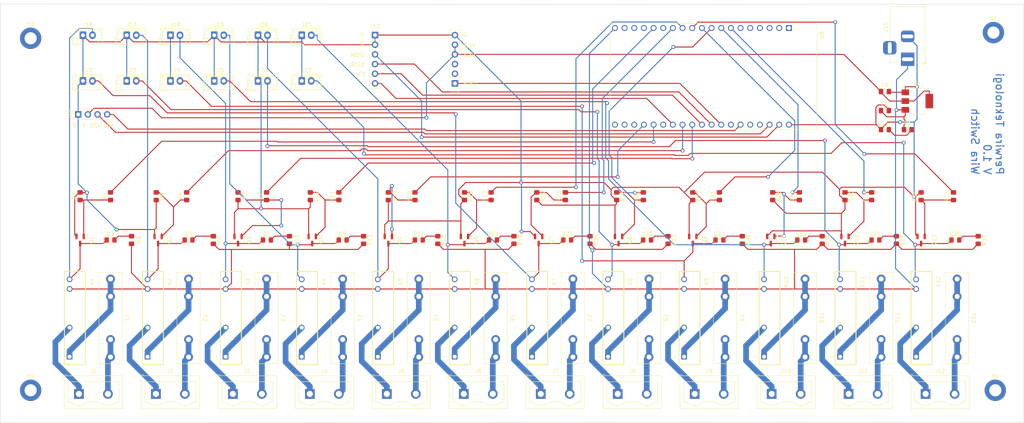
<source format=kicad_pcb>
(kicad_pcb (version 20240108) (generator "pcbnew") (generator_version "8.0")
  (title_block (title "ESP32 12 Channel Relays") (date "2024-12-27") (rev "1.0") (company "Perwira Teknologi"))
  (layers (0 "F.Cu" signal) (31 "B.Cu" signal) (34 "B.Paste" user) (35 "F.Paste" user) (36 "B.SilkS" user "B.Silkscreen") (37 "F.SilkS" user "F.Silkscreen") (38 "B.Mask" user) (39 "F.Mask" user) (44 "Edge.Cuts" user))
  (net 0 "")
  (net 1 "+5V")
  (net 2 "GND")
  (net 3 "+3.3V")
  (net 4 "Net-(D1-A)")
  (net 5 "Net-(D3-A)")
  (net 6 "Net-(D5-A)")
  (net 7 "Net-(D7-A)")
  (net 8 "/IO_17")
  (net 9 "Net-(D9-A)")
  (net 10 "Net-(Q2-B)")
  (net 11 "Net-(Q3-B)")
  (net 12 "Net-(Q4-B)")
  (net 13 "Net-(Q5-B)")
  (net 14 "/INT")
  (net 15 "Net-(D11-A)")
  (net 16 "/IO_25")
  (net 17 "Net-(D13-A)")
  (net 18 "/IO_26")
  (net 19 "/SCL")
  (net 20 "/SDA")
  (net 21 "/IO_16")
  (net 22 "Net-(D20-A)")
  (net 23 "Net-(D21-A)")
  (net 24 "Net-(D22-A)")
  (net 25 "Net-(D23-A)")
  (net 26 "Net-(D24-A)")
  (net 27 "Net-(D25-A)")
  (net 28 "Net-(Q6-B)")
  (net 29 "Net-(Q7-B)")
  (net 30 "Net-(Q8-B)")
  (net 31 "Net-(Q9-B)")
  (net 32 "Net-(Q10-B)")
  (net 33 "Net-(Q11-B)")
  (net 34 "Net-(Q12-B)")
  (net 35 "Net-(Q1-B)")
  (net 36 "Net-(J2-Pin_1)")
  (net 37 "Net-(J2-Pin_2)")
  (net 38 "Net-(J1-Pin_1)")
  (net 39 "Net-(J1-Pin_2)")
  (net 40 "Net-(J3-Pin_2)")
  (net 41 "Net-(J3-Pin_1)")
  (net 42 "Net-(J4-Pin_1)")
  (net 43 "Net-(J4-Pin_2)")
  (net 44 "Net-(J5-Pin_2)")
  (net 45 "Net-(J5-Pin_1)")
  (net 46 "Net-(J6-Pin_2)")
  (net 47 "Net-(J6-Pin_1)")
  (net 48 "Net-(J7-Pin_1)")
  (net 49 "Net-(J7-Pin_2)")
  (net 50 "Net-(J8-Pin_2)")
  (net 51 "Net-(J8-Pin_1)")
  (net 52 "Net-(J9-Pin_1)")
  (net 53 "Net-(J9-Pin_2)")
  (net 54 "Net-(J10-Pin_2)")
  (net 55 "Net-(J10-Pin_1)")
  (net 56 "Net-(J11-Pin_1)")
  (net 57 "Net-(J11-Pin_2)")
  (net 58 "Net-(J12-Pin_2)")
  (net 59 "Net-(J12-Pin_1)")
  (net 60 "Net-(F1-Pad1)")
  (net 61 "Net-(F2-Pad1)")
  (net 62 "Net-(F3-Pad1)")
  (net 63 "Net-(F4-Pad1)")
  (net 64 "Net-(F5-Pad1)")
  (net 65 "Net-(F6-Pad1)")
  (net 66 "Net-(F7-Pad1)")
  (net 67 "Net-(F8-Pad1)")
  (net 68 "Net-(F9-Pad1)")
  (net 69 "Net-(F10-Pad1)")
  (net 70 "Net-(F11-Pad1)")
  (net 71 "Net-(F12-Pad1)")
  (net 72 "/CS")
  (net 73 "/SCLK")
  (net 74 "/MOSI")
  (net 75 "/MISO")
  (net 76 "/IO_2")
  (net 79 "/IO_13")
  (net 80 "/IO_32")
  (net 81 "/IO_12")
  (net 82 "/IO_33")
  (net 83 "/IO_15")
  (net 88 "/IO_14")
  (net 94 "/IO_27")
  (net 103 "Net-(D3-K)")
  (net 104 "Net-(D5-K)")
  (net 105 "Net-(D7-K)")
  (net 106 "Net-(D9-K)")
  (net 107 "Net-(D11-K)")
  (net 108 "Net-(D13-K)")
  (net 109 "Net-(D20-K)")
  (net 110 "Net-(D21-K)")
  (net 111 "Net-(D22-K)")
  (net 112 "Net-(D23-K)")
  (net 113 "Net-(D24-K)")
  (net 114 "Net-(D25-K)")
  (footprint "Resistor_SMD:R_0805_2012Metric_Pad1.20x1.40mm_HandSolder" (layer "F.Cu") (at 123 102 90)
    (property "Reference" "R14")
    (property "Value" "1K")
  )
  (footprint "Connector_JST:JST_EH_B2B-EH-A_1x02_P2.50mm_Vertical" (layer "F.Cu") (at 70.25 59.7)
    (property "Reference" "J19")
    (property "Value" "Conn_01x02_Pin")
  )
  (footprint "Package_TO_SOT_SMD:SOT-23" (layer "F.Cu") (at 216.5 113.5 -90)
    (property "Reference" "Q10")
    (property "Value" "SS8050")
  )
  (footprint "Package_TO_SOT_SMD:SOT-23" (layer "F.Cu") (at 96 113.5 -90)
    (property "Reference" "Q4")
    (property "Value" "SS8050")
  )
  (footprint "TerminalBlock:TerminalBlock_Wuerth_691311400102_P7.62mm" (layer "F.Cu") (at 75.1445 153.95)
    (property "Reference" "J3")
    (property "Value" "Screw_Terminal_01x02")
  )
  (footprint "Connector_PinHeader_2.54mm:PinHeader_1x06_P2.54mm_Vertical" (layer "F.Cu") (at 133.5 72.35 180)
    (property "Reference" "J14")
    (property "Value" "Conn_01x06")
  )
  (footprint "Connector_JST:JST_EH_B2B-EH-A_1x02_P2.50mm_Vertical" (layer "F.Cu") (at 81.75 71.7)
    (property "Reference" "J26")
    (property "Value" "Conn_01x02_Pin")
  )
  (footprint "MountingHole:MountingHole_3.2mm_M3_DIN965_Pad" (layer "F.Cu") (at 275 59)
    (property "Reference" "H1")
    (property "Value" "MountingHole")
  )
  (footprint "Connector_JST:JST_EH_B2B-EH-A_1x02_P2.50mm_Vertical" (layer "F.Cu") (at 81.75 59.7)
    (property "Reference" "J20")
    (property "Value" "Conn_01x02_Pin")
  )
  (footprint "TerminalBlock:TerminalBlock_Wuerth_691311400102_P7.62mm" (layer "F.Cu") (at 115.5991 153.95)
    (property "Reference" "J5")
    (property "Value" "Screw_Terminal_01x02")
  )
  (footprint "Fuse:Fuseholder_Littelfuse_100_series_5x20mm" (layer "F.Cu") (at 265.4654 123.75 -90)
    (property "Reference" "F12")
    (property "Value" "Fuse")
  )
  (footprint "G3MB-202P:RELAY_G3MB-202P" (layer "F.Cu") (at 33.6341 134 -90)
    (property "Reference" "K1")
    (property "Value" "G3MB-202P")
  )
  (footprint "Resistor_SMD:R_0805_2012Metric_Pad1.20x1.40mm_HandSolder" (layer "F.Cu") (at 189.5 113.5 -90)
    (property "Reference" "R32")
    (property "Value" "1K")
  )
  (footprint "TerminalBlock:TerminalBlock_Wuerth_691311400102_P7.62mm" (layer "F.Cu") (at 54.9173 153.95)
    (property "Reference" "J2")
    (property "Value" "Screw_Terminal_01x02")
  )
  (footprint "Resistor_SMD:R_0805_2012Metric_Pad1.20x1.40mm_HandSolder" (layer "F.Cu") (at 209 113.5 -90)
    (property "Reference" "R33")
    (property "Value" "1K")
  )
  (footprint "Resistor_SMD:R_0805_2012Metric_Pad1.20x1.40mm_HandSolder" (layer "F.Cu") (at 249.5 113.5 -90)
    (property "Reference" "R36")
    (property "Value" "1K")
  )
  (footprint "Package_TO_SOT_SMD:SOT-23" (layer "F.Cu") (at 55.5 113.5 -90)
    (property "Reference" "Q2")
    (property "Value" "SS8050")
  )
  (footprint "Connector_JST:JST_EH_B2B-EH-A_1x02_P2.50mm_Vertical" (layer "F.Cu") (at 47.25 71.7)
    (property "Reference" "J23")
    (property "Value" "Conn_01x02_Pin")
  )
  (footprint "Connector_JST:JST_EH_B2B-EH-A_1x02_P2.50mm_Vertical" (layer "F.Cu") (at 58.75 71.7)
    (property "Reference" "J24")
    (property "Value" "Conn_01x02_Pin")
  )
  (footprint "Connector_PinHeader_2.54mm:PinHeader_1x06_P2.54mm_Vertical" (layer "F.Cu") (at 112.5 59.65)
    (property "Reference" "J13")
    (property "Value" "Conn_01x06")
  )
  (footprint "MountingHole:MountingHole_3.2mm_M3_DIN965_Pad" (layer "F.Cu") (at 22 153)
    (property "Reference" "H4")
    (property "Value" "MountingHole")
  )
  (footprint "Resistor_SMD:R_0805_2012Metric_Pad1.20x1.40mm_HandSolder" (layer "F.Cu") (at 84 102 90)
    (property "Reference" "R7")
    (property "Value" "1K")
  )
  (footprint "Resistor_SMD:R_0805_2012Metric_Pad1.20x1.40mm_HandSolder" (layer "F.Cu") (at 70 113.5 -90)
    (property "Reference" "R6")
    (property "Value" "1K")
  )
  (footprint "TerminalBlock:TerminalBlock_Wuerth_691311400102_P7.62mm" (layer "F.Cu") (at 176.2809 153.95)
    (property "Reference" "J8")
    (property "Value" "Screw_Terminal_01x02")
  )
  (footprint "Connector_JST:JST_EH_B2B-EH-A_1x02_P2.50mm_Vertical" (layer "F.Cu") (at 93.25 71.7)
    (property "Reference" "J27")
    (property "Value" "Conn_01x02_Pin")
  )
  (footprint "LED_SMD:LED_0805_2012Metric_Pad1.15x1.40mm_HandSolder" (layer "F.Cu") (at 63.5 113.5)
    (property "Reference" "D5")
    (property "Value" "RED_LED")
  )
  (footprint "TerminalBlock:TerminalBlock_Wuerth_691311400102_P7.62mm" (layer "F.Cu") (at 257.19 153.95)
    (property "Reference" "J12")
    (property "Value" "Screw_Terminal_01x02")
  )
  (footprint "Package_TO_SOT_SMD:SOT-23" (layer "F.Cu") (at 256 113.5 -90)
    (property "Reference" "Q12")
    (property "Value" "SS8050")
  )
  (footprint "Resistor_SMD:R_0805_2012Metric_Pad1.20x1.40mm_HandSolder" (layer "F.Cu") (at 43 102 90)
    (property "Reference" "R2")
    (property "Value" "1K")
  )
  (footprint "Resistor_SMD:R_0805_2012Metric_Pad1.20x1.40mm_HandSolder" (layer "F.Cu") (at 196 102 -90)
    (property "Reference" "R27")
    (property "Value" "10K")
  )
  (footprint "TerminalBlock:TerminalBlock_Wuerth_691311400102_P7.62mm" (layer "F.Cu") (at 95.3718 153.95)
    (property "Reference" "J4")
    (property "Value" "Screw_Terminal_01x02")
  )
  (footprint "Resistor_SMD:R_0805_2012Metric_Pad1.20x1.40mm_HandSolder" (layer "F.Cu") (at 183 102 90)
    (property "Reference" "R20")
    (property "Value" "1K")
  )
  (footprint "G3MB-202P:RELAY_G3MB-202P" (layer "F.Cu") (at 94.6341 134 -90)
    (property "Reference" "K4")
    (property "Value" "G3MB-202P")
  )
  (footprint "Resistor_SMD:R_0805_2012Metric_Pad1.20x1.40mm_HandSolder" (layer "F.Cu") (at 169 113.5 -90)
    (property "Reference" "R35")
    (property "Value" "1K")
  )
  (footprint "Fuse:Fuseholder_Littelfuse_100_series_5x20mm" (layer "F.Cu") (at 225.5 123.75 -90)
    (property "Reference" "F10")
    (property "Value" "Fuse")
  )
  (footprint "Resistor_SMD:R_0805_2012Metric_Pad1.20x1.40mm_HandSolder" (layer "F.Cu") (at 63 102 90)
    (property "Reference" "R4")
    (property "Value" "1K")
  )
  (footprint "TerminalBlock:TerminalBlock_Wuerth_691311400102_P7.62mm" (layer "F.Cu") (at 156.0536 153.95)
    (property "Reference" "J7")
    (property "Value" "Screw_Terminal_01x02")
  )
  (footprint "Connector_JST:JST_EH_B2B-EH-A_1x02_P2.50mm_Vertical" (layer "F.Cu") (at 47.25 59.7)
    (property "Reference" "J17")
    (property "Value" "Conn_01x02_Pin")
  )
  (footprint "Resistor_SMD:R_0805_2012Metric_Pad1.20x1.40mm_HandSolder" (layer "F.Cu") (at 203 102 90)
    (property "Reference" "R21")
    (property "Value" "1K")
  )
  (footprint "LED_SMD:LED_0805_2012Metric_Pad1.15x1.40mm_HandSolder" (layer "F.Cu") (at 43 113.5)
    (property "Reference" "D3")
    (property "Value" "RED_LED")
  )
  (footprint "Resistor_SMD:R_0805_2012Metric_Pad1.20x1.40mm_HandSolder" (layer "F.Cu") (at 35 102 90)
    (property "Reference" "R3")
    (property "Value" "10K")
  )
  (footprint "LED_SMD:LED_0805_2012Metric_Pad1.15x1.40mm_HandSolder" (layer "F.Cu") (at 265 113.5)
    (property "Reference" "D25")
    (property "Value" "RED_LED")
  )
  (footprint "Package_TO_SOT_SMD:SOT-23" (layer "F.Cu") (at 196 113.5 -90)
    (property "Reference" "Q9")
    (property "Value" "SS8050")
  )
  (footprint "MountingHole:MountingHole_3.2mm_M3_DIN965_Pad" (layer "F.Cu") (at 22 60.5)
    (property "Reference" "H3")
    (property "Value" "MountingHole")
  )
  (footprint "LED_SMD:LED_0805_2012Metric_Pad1.15x1.40mm_HandSolder" (layer "F.Cu") (at 143.5 113.5)
    (property "Reference" "D13")
    (property "Value" "RED_LED")
  )
  (footprint "Resistor_SMD:R_0805_2012Metric_Pad1.20x1.40mm_HandSolder" (layer "F.Cu") (at 103 102 90)
    (property "Reference" "R11")
    (property "Value" "1K")
  )
  (footprint "G3MB-202P:RELAY_G3MB-202P" (layer "F.Cu") (at 175.1342 134 -90)
    (property "Reference" "K8")
    (property "Value" "G3MB-202P")
  )
  (footprint "Resistor_SMD:R_0805_2012Metric_Pad1.20x1.40mm_HandSolder" (layer "F.Cu") (at 230 113.5 -90)
    (property "Reference" "R34")
    (property "Value" "1K")
  )
  (footprint "Resistor_SMD:R_0805_2012Metric_Pad1.20x1.40mm_HandSolder" (layer "F.Cu") (at 176 102 -90)
    (property "Reference" "R26")
    (property "Value" "10K")
  )
  (footprint "Resistor_SMD:R_0805_2012Metric_Pad1.20x1.40mm_HandSolder" (layer "F.Cu") (at 264.5 102 90)
    (property "Reference" "R25")
    (property "Value" "1K")
  )
  (footprint "Capacitor_SMD:C_0805_2012Metric_Pad1.18x1.45mm_HandSolder" (layer "F.Cu") (at 246.5 74.5)
    (property "Reference" "C6")
    (property "Value" "22uF")
  )
  (footprint "Resistor_SMD:R_0805_2012Metric_Pad1.20x1.40mm_HandSolder" (layer "F.Cu") (at 236 102 -90)
    (property "Reference" "R30")
    (property "Value" "10K")
  )
  (footprint "Resistor_SMD:R_0805_2012Metric_Pad1.20x1.40mm_HandSolder" (layer "F.Cu") (at 162.5 102 90)
    (property "Reference" "R23")
    (property "Value" "1K")
  )
  (footprint "TerminalBlock:TerminalBlock_Wuerth_691311400102_P7.62mm" (layer "F.Cu") (at 216.7354 153.95)
    (property "Reference" "J10")
    (property "Value" "Screw_Terminal_01x02")
  )
  (footprint "Package_TO_SOT_SMD:SOT-23" (layer "F.Cu") (at 136 113.5 -90)
    (property "Reference" "Q6")
    (property "Value" "SS8050")
  )
  (footprint "LED_SMD:LED_0805_2012Metric_Pad1.15x1.40mm_HandSolder" (layer "F.Cu") (at 244 113.5)
    (property "Reference" "D24")
    (property "Value" "RED_LED")
  )
  (footprint "Resistor_SMD:R_0805_2012Metric_Pad1.20x1.40mm_HandSolder" (layer "F.Cu") (at 129 113.5 -90)
    (property "Reference" "R16")
    (property "Value" "1K")
  )
  (footprint "G3MB-202P:RELAY_G3MB-202P" (layer "F.Cu") (at 236.1342 134 -90)
    (property "Reference" "K11")
    (property "Value" "G3MB-202P")
  )
  (footprint "LED_SMD:LED_0805_2012Metric_Pad1.15x1.40mm_HandSolder" (layer "F.Cu") (at 224.5 113.5)
    (property "Reference" "D22")
    (property "Value" "RED_LED")
  )
  (footprint "Package_TO_SOT_SMD:SOT-23" (layer "F.Cu") (at 76.5 113.5 -90)
    (property "Reference" "Q3")
    (property "Value" "SS8050")
  )
  (footprint "G3MB-202P:RELAY_G3MB-202P" (layer "F.Cu") (at 155.1341 134 -90)
    (property "Reference" "K7")
    (property "Value" "G3MB-202P")
  )
  (footprint "Resistor_SMD:R_0805_2012Metric_Pad1.20x1.40mm_HandSolder" (layer "F.Cu") (at 217 102 -90)
    (property "Reference" "R28")
    (property "Value" "10K")
  )
  (footprint "Package_TO_SOT_SMD:SOT-23" (layer "F.Cu") (at 35 113.5 -90)
    (property "Reference" "Q1")
    (property "Value" "SS8050")
  )
  (footprint "Resistor_SMD:R_0805_2012Metric_Pad1.20x1.40mm_HandSolder" (layer "F.Cu") (at 256 102 90)
    (property "Reference" "R31")
    (property "Value" "10K")
  )
  (footprint "TerminalBlock:TerminalBlock_Wuerth_691311400102_P7.62mm" (layer "F.Cu") (at 135.8264 153.95)
    (property "Reference" "J6")
    (property "Value" "Screw_Terminal_01x02")
  )
  (footprint "G3MB-202P:RELAY_G3MB-202P" (layer "F.Cu") (at 74.6342 134 -90)
    (property "Reference" "K3")
    (property "Value" "G3MB-202P")
  )
  (footprint "Fuse:Fuseholder_Littelfuse_100_series_5x20mm" (layer "F.Cu") (at 164.5 123.75 -90)
    (property "Reference" "F7")
    (property "Value" "Fuse")
  )
  (footprint "LED_SMD:LED_0805_2012Metric_Pad1.15x1.40mm_HandSolder" (layer "F.Cu") (at 163 113.5)
    (property "Reference" "D23")
    (property "Value" "RED_LED")
  )
  (footprint "Package_TO_SOT_SMD:SOT-23" (layer "F.Cu") (at 236 113.5 -90)
    (property "Reference" "Q11")
    (property "Value" "SS8050")
  )
  (footprint "Connector_JST:JST_EH_B2B-EH-A_1x02_P2.50mm_Vertical" (layer "F.Cu") (at 35.75 71.7)
    (property "Reference" "J22")
    (property "Value" "Conn_01x02_Pin")
  )
  (footprint "Resistor_SMD:R_0805_2012Metric_Pad1.20x1.40mm_HandSolder" (layer "F.Cu") (at 76.5 102 -90)
    (property "Reference" "R8")
    (property "Value" "10K")
  )
  (footprint "LED_SMD:LED_0805_2012Metric_Pad1.15x1.40mm_HandSolder" (layer "F.Cu") (at 184 113.5)
    (property "Reference" "D20")
    (property "Value" "RED_LED")
  )
  (footprint "G3MB-202P:RELAY_G3MB-202P" (layer "F.Cu") (at 256.0995 134 -90)
    (property "Reference" "K12")
    (property "Value" "G3MB-202P")
  )
  (footprint "MountingHole:MountingHole_3.2mm_M3_DIN965_Pad" (layer "F.Cu") (at 275.5 153)
    (property "Reference" "H2")
    (property "Value" "MountingHole")
  )
  (footprint "Package_TO_SOT_SMD:SOT-23" (layer "F.Cu") (at 155.5 113.5 -90)
    (property "Reference" "Q7")
    (property "Value" "SS8050")
  )
  (footprint "LED_SMD:LED_0805_2012Metric_Pad1.15x1.40mm_HandSolder" (layer "F.Cu") (at 104 113.5)
    (property "Reference" "D9")
    (property "Value" "RED_LED")
  )
  (footprint "Package_TO_SOT_SMD:SOT-23" (layer "F.Cu") (at 176.5 113.5 -90)
    (property "Reference" "Q8")
    (property "Value" "SS8050")
  )
  (footprint "Resistor_SMD:R_0805_2012Metric_Pad1.20x1.40mm_HandSolder" (layer "F.Cu") (at 224 102 90)
    (property "Reference" "R22")
    (property "Value" "1K")
  )
  (footprint "G3MB-202P:RELAY_G3MB-202P" (layer "F.Cu") (at 114.6342 134 -90)
    (property "Reference" "K5")
    (property "Value" "G3MB-202P")
  )
  (footprint "Fuse:Fuseholder_Littelfuse_100_series_5x20mm" (layer "F.Cu") (at 204.5 123.75 -90)
    (property "Reference" "F9")
    (property "Value" "Fuse")
  )
  (footprint "Package_TO_SOT_SMD:SOT-23" (layer "F.Cu") (at 116 113.5 -90)
    (property "Reference" "Q5")
    (property "Value" "SS8050")
  )
  (footprint "Fuse:Fuseholder_Littelfuse_100_series_5x20mm" (layer "F.Cu") (at 63.5 123.75 -90)
    (property "Reference" "F2")
    (property "Value" "Fuse")
  )
  (footprint "Resistor_SMD:R_0805_2012Metric_Pad1.20x1.40mm_HandSolder" (layer "F.Cu") (at 48.5 113.5 -90)
    (property "Reference" "R9")
    (property "Value" "1K")
  )
  (footprint "Capacitor_SMD:C_0805_2012Metric_Pad1.18x1.45mm_HandSolder" (layer "F.Cu") (at 246.5 79.5)
    (property "Reference" "C1")
    (property "Value" "22uF")
  )
  (footprint "G3MB-202P:RELAY_G3MB-202P" (layer "F.Cu") (at 216.1341 134 -90)
    (property "Reference" "K10")
    (property "Value" "G3MB-202P")
  )
  (footprint "Resistor_SMD:R_0805_2012Metric_Pad1.20x1.40mm_HandSolder" (layer "F.Cu") (at 155 102 -90)
    (property "Reference" "R29")
    (property "Value" "10K")
  )
  (footprint "local_lib:SOT-223-3_TabPin2" (layer "F.Cu") (at 255 77)
    (property "Reference" "U1")
    (property "Value" "AMS1117-3.3")
  )
  (footprint "Connector_PinHeader_2.54mm:PinHeader_1x04_P2.54mm_Vertical" (layer "F.Cu") (at 34.5 80.5 90)
    (property "Reference" "J28")
    (property "Value" "Conn_01x04_Pin")
  )
  (footprint "Resistor_SMD:R_0805_2012Metric_Pad1.20x1.40mm_HandSolder" (layer "F.Cu") (at 243 102 90)
    (property "Reference" "R24")
    (property "Value" "1K")
  )
  (footprint "Fuse:Fuseholder_Littelfuse_100_series_5x20mm" (layer "F.Cu") (at 43 123.75 -90)
    (property "Reference" "F1")
    (property "Value" "Fuse")
  )
  (footprint "Fuse:Fuseholder_Littelfuse_100_series_5x20mm" (layer "F.Cu") (at 84 123.75 -90)
    (property "Reference" "F3")
    (property "Value" "Fuse")
  )
  (footprint "Connector_JST:JST_EH_B2B-EH-A_1x02_P2.50mm_Vertical" (layer "F.Cu") (at 93.25 59.7)
    (property "Reference" "J21")
    (property "Value" "Conn_01x02_Pin")
  )
  (footprint "Connector_JST:JST_EH_B2B-EH-A_1x02_P2.50mm_Vertical" (layer "F.Cu") (at 35.75 59.7)
    (property "Reference" "J16")
    (property "Value" "Conn_01x02_Pin")
  )
  (footprint "Fuse:Fuseholder_Littelfuse_100_series_5x20mm" (layer "F.Cu") (at 184.5 123.75 -90)
    (property "Reference" "F8")
    (property "Value" "Fuse")
  )
  (footprint "TerminalBlock:TerminalBlock_Wuerth_691311400102_P7.62mm" (layer "F.Cu") (at 236.9627 153.95)
    (property "Reference" "J11")
    (property "Value" "Screw_Terminal_01x02")
  )
  (footprint "Resistor_SMD:R_0805_2012Metric_Pad1.20x1.40mm_HandSolder" (layer "F.Cu") (at 149 113.5 -90)
    (property "Reference" "R19")
    (property "Value" "1K")
  )
  (footprint "Connector_JST:JST_EH_B2B-EH-A_1x02_P2.50mm_Vertical" (layer "F.Cu") (at 58.75 59.7)
    (property "Reference" "J18")
    (property "Value" "Conn_01x02_Pin")
  )
  (footprint "Resistor_SMD:R_0805_2012Metric_Pad1.20x1.40mm_HandSolder" (layer "F.Cu") (at 95.5 102 -90)
    (property "Reference" "R12")
    (property "Value" "10K")
  )
  (footprint "LED_SMD:LED_0805_2012Metric_Pad1.15x1.40mm_HandSolder" (layer "F.Cu") (at 246.5 84.5)
    (property "Reference" "D1")
    (property "Value" "YELLOW_LED")
  )
  (footprint "Fuse:Fuseholder_Littelfuse_100_series_5x20mm" (layer "F.Cu") (at 124 123.75 -90)
    (property "Reference" "F5")
    (property "Value" "Fuse")
  )
  (footprint "LED_SMD:LED_0805_2012Metric_Pad1.15x1.40mm_HandSolder" (layer "F.Cu") (at 84.0909 113.5)
    (property "Reference" "D7")
    (property "Value" "RED_LED")
  )
  (footprint "Resistor_SMD:R_0805_2012Metric_Pad1.20x1.40mm_HandSolder" (layer "F.Cu") (at 271 113.5 -90)
    (property "Reference" "R37")
    (property "Value" "1K")
  )
  (footprint "LED_SMD:LED_0805_2012Metric_Pad1.15x1.40mm_HandSolder" (layer "F.Cu") (at 203 113.5)
    (property "Reference" "D21")
    (property "Value" "RED_LED")
  )
  (footprint "TerminalBlock:TerminalBlock_Wuerth_691311400102_P7.62mm" (layer "F.Cu") (at 34.69 153.95)
    (property "Reference" "J1")
    (property "Value" "Screw_Terminal_01x02")
  )
  (footprint "TerminalBlock:TerminalBlock_Wuerth_691311400102_P7.62mm" (layer "F.Cu") (at 196.5082 153.95)
    (property "Reference" "J9")
    (property "Value" "Screw_Terminal_01x02")
  )
  (footprint "Resistor_SMD:R_0805_2012Metric_Pad1.20x1.40mm_HandSolder" (layer "F.Cu") (at 90 113.5 -90)
    (property "Reference" "R10")
    (property "Value" "1K")
  )
  (footprint "Connector_BarrelJack:BarrelJack_Horizontal" (layer "F.Cu") (at 252.4575 66 -90)
    (property "Reference" "J15")
    (property "Value" "Barrel_Jack_MountingPin")
  )
  (footprint "Resistor_SMD:R_0805_2012Metric_Pad1.20x1.40mm_HandSolder" (layer "F.Cu") (at 136 102 -90)
    (property "Reference" "R18")
    (property "Value" "10K")
  )
  (footprint "Resistor_SMD:R_0805_2012Metric_Pad1.20x1.40mm_HandSolder" (layer "F.Cu") (at 55 102 -90)
    (property "Reference" "R5")
    (property "Value" "10K")
  )
  (footprint "G3MB-202P:RELAY_G3MB-202P" (layer "F.Cu") (at 54.1341 134 -90)
    (property "Reference" "K2")
    (property "Value" "G3MB-202P")
  )
  (footprint "Resistor_SMD:R_0805_2012Metric_Pad1.20x1.40mm_HandSolder" (layer "F.Cu") (at 143 102 90)
    (property "Reference" "R17")
    (property "Value" "1K")
  )
  (footprint "Connector_JST:JST_EH_B2B-EH-A_1x02_P2.50mm_Vertical" (layer "F.Cu") (at 70.25 71.7)
    (property "Reference" "J25")
    (property "Value" "Conn_01x02_Pin")
  )
  (footprint "G3MB-202P:RELAY_G3MB-202P" (layer "F.Cu") (at 134.8337 134 -90)
    (property "Reference" "K6")
    (property "Value" "G3MB-202P")
  )
  (footprint "Resistor_SMD:R_0805_2012Metric_Pad1.20x1.40mm_HandSolder" (layer "F.Cu") (at 252.5 84.5)
    (property "Reference" "R1")
    (property "Value" "2K")
  )
  (footprint "Fuse:Fuseholder_Littelfuse_100_series_5x20mm" (layer "F.Cu") (at 104 123.75 -90)
    (property "Reference" "F4")
    (property "Value" "Fuse")
  )
  (footprint "G3MB-202P:RELAY_G3MB-202P" (layer "F.Cu") (at 195.1341 134 -90)
    (property "Reference" "K9")
    (property "Value" "G3MB-202P")
  )
  (footprint "Resistor_SMD:R_0805_2012Metric_Pad1.20x1.40mm_HandSolder" (layer "F.Cu") (at 116 102 -90)
    (property "Reference" "R15")
    (property "Value" "10K")
  )
  (footprint "Resistor_SMD:R_0805_2012Metric_Pad1.20x1.40mm_HandSolder" (layer "F.Cu") (at 109.5 113.5 -90)
    (property "Reference" "R13")
    (property "Value" "1K")
  )
  (footprint "Fuse:Fuseholder_Littelfuse_100_series_5x20mm" (layer "F.Cu") (at 144.1996 123.75 -90)
    (property "Reference" "F6")
    (property "Value" "Fuse")
  )
  (footprint "ESP32-DEVKITC-32D:MODULE_ESP32-DEVKITC-32D" (layer "F.Cu") (at 201.5 70.5 -90)
    (property "Reference" "U8")
    (property "Value" "ESP32-DEVKITC-32D")
  )
  (footprint "LED_SMD:LED_0805_2012Metric_Pad1.15x1.40mm_HandSolder" (layer "F.Cu") (at 124 113.5)
    (property "Reference" "D11")
    (property "Value" "RED_LED")
  )
  (footprint "Fuse:Fuseholder_Littelfuse_100_series_5x20mm" (layer "F.Cu") (at 245.5 123.75 -90)
    (property "Reference" "F11")
    (property "Value" "Fuse")
  )
  (gr_line (start 14 161.5) (end 14.0055 51.5) (stroke (width 0.1)) (layer "Edge.Cuts"))
  (gr_line (start 283 51.5945) (end 283 161.4055) (stroke (width 0.1)) (layer "Edge.Cuts"))
  (gr_line (start 283 161.4055) (end 14 161.5) (stroke (width 0.1)) (layer "Edge.Cuts"))
  (gr_line (start 14.0055 51.5) (end 283 51.5945) (stroke (width 0.1)) (layer "Edge.Cuts"))
  (gr_text "Perwira Teknologi\nV 1.0\nWira Switch" (at 269 96.5 -90) (layer "B.Cu") (effects (font (size 2 2) (thickness 0.3) (bold yes)) (justify left bottom mirror)))
  (gr_text "SCL" (at 37.5 84 0) (layer "F.SilkS") (effects (font (size 1 1)) (justify left bottom)))
  (gr_text "G" (at 135.5 60 0) (layer "F.SilkS") (effects (font (size 1 1)) (justify left bottom)))
  (gr_text "G" (at 33 84 0) (layer "F.SilkS") (effects (font (size 1 1)) (justify left bottom)))
  (gr_text "MISO\n" (at 135.5 73 0) (layer "F.SilkS") (effects (font (size 1 1)) (justify left bottom)))
  (gr_text "CS" (at 108 70.5 0) (layer "F.SilkS") (effects (font (size 1 1)) (justify left bottom)))
  (gr_text "3.3V" (at 135.5 63 0) (layer "F.SilkS") (effects (font (size 1 1)) (justify left bottom)))
  (gr_text "3.3V" (at 135.5 65.5 0) (layer "F.SilkS") (effects (font (size 1 1)) (justify left bottom)))
  (gr_text "V" (at 35.5 84 0) (layer "F.SilkS") (effects (font (size 1 1)) (justify left bottom)))
  (gr_text "G" (at 108.5 60 0) (layer "F.SilkS") (effects (font (size 1 1)) (justify left bottom)))
  (gr_text "SCLK" (at 106 68 0) (layer "F.SilkS") (effects (font (size 1 1)) (justify left bottom)))
  (gr_text "MOSI" (at 106 65.5 0) (layer "F.SilkS") (effects (font (size 1 1)) (justify left bottom)))
  (gr_text "G" (at 108.5 62.5 0) (layer "F.SilkS") (effects (font (size 1 1)) (justify left bottom)))
  (gr_text "SDA" (at 41 84 0) (layer "F.SilkS") (effects (font (size 1 1)) (justify left bottom)))
  (segment (start 90 115.96) (end 90 114.5) (width 0.254) (layer "F.Cu") (net 1))
  (segment (start 254.6995 126.38) (end 234.7342 126.38) (width 0.254) (layer "F.Cu") (net 1))
  (segment (start 234.7342 126.38) (end 222.7382 126.38) (width 0.254) (layer "F.Cu") (net 1))
  (segment (start 74.7731 115.9882) (end 89.9718 115.9882) (width 0.254) (layer "F.Cu") (net 1))
  (segment (start 188.0397 115.9603) (end 189.5 114.5) (width 0.254) (layer "F.Cu") (net 1))
  (segment (start 170.4603 115.9603) (end 188.0397 115.9603) (width 0.254) (layer "F.Cu") (net 1))
  (segment (start 141.4378 115.9603) (end 147.5397 115.9603) (width 0.254) (layer "F.Cu") (net 1))
  (segment (start 222.7382 115.9603) (end 222.7382 126.38) (width 0.254) (layer "F.Cu") (net 1))
  (segment (start 251.85 79.3) (end 251.85 80.7787) (width 0.254) (layer "F.Cu") (net 1))
  (segment (start 130.4603 115.9603) (end 141.4378 115.9603) (width 0.254) (layer "F.Cu") (net 1))
  (segment (start 209 114.5) (end 210.4603 115.9603) (width 0.254) (layer "F.Cu") (net 1))
  (segment (start 133.4337 126.38) (end 113.2342 126.38) (width 0.254) (layer "F.Cu") (net 1))
  (segment (start 250.0732 79.3481) (end 250.1213 79.3) (width 0.254) (layer "F.Cu") (net 1))
  (segment (start 251.5 81.776) (end 251.5 81.1287) (width 0.254) (layer "F.Cu") (net 1))
  (segment (start 251.7423 83.0363) (end 251.7423 82.0183) (width 0.254) (layer "F.Cu") (net 1))
  (segment (start 251.5 84.5) (end 251.5 83.2786) (width 0.254) (layer "F.Cu") (net 1))
  (segment (start 214.7341 126.38) (end 193.7341 126.38) (width 0.254) (layer "F.Cu") (net 1))
  (segment (start 74.7731 124.8411) (end 74.7731 115.9882) (width 0.254) (layer "F.Cu") (net 1))
  (segment (start 113.2342 126.38) (end 93.2341 126.38) (width 0.254) (layer "F.Cu") (net 1))
  (segment (start 71.4882 115.9882) (end 74.7731 115.9882) (width 0.254) (layer "F.Cu") (net 1))
  (segment (start 153.7341 126.38) (end 141.4378 126.38) (width 0.254) (layer "F.Cu") (net 1))
  (segment (start 170.1801 115.6801) (end 170.4603 115.9603) (width 0.254) (layer "F.Cu") (net 1))
  (segment (start 249.5 114.5) (end 250.9603 115.9603) (width 0.254) (layer "F.Cu") (net 1))
  (segment (start 48.5 114.5) (end 48.5 122.1459) (width 0.254) (layer "F.Cu") (net 1))
  (segment (start 248.0397 115.9603) (end 249.5 114.5) (width 0.254) (layer "F.Cu") (net 1))
  (segment (start 170.1801 115.6801) (end 169.6256 116.2346) (width 0.254) (layer "F.Cu") (net 1))
  (segment (start 231.4603 115.9603) (end 248.0397 115.9603) (width 0.254) (layer "F.Cu") (net 1))
  (segment (start 230 114.5) (end 231.4603 115.9603) (width 0.254) (layer "F.Cu") (net 1))
  (segment (start 246.9684 81.1287) (end 245.4625 79.6228) (width 0.254) (layer "F.Cu") (net 1))
  (segment (start 250.3646 79.3) (end 250.1213 79.3) (width 0.254) (layer "F.Cu") (net 1))
  (segment (start 210.4603 115.9603) (end 222.7382 115.9603) (width 0.254) (layer "F.Cu") (net 1))
  (segment (start 52.7341 126.38) (end 73.2342 126.38) (width 0.254) (layer "F.Cu") (net 1))
  (segment (start 89.9718 115.9882) (end 90 115.96) (width 0.254) (layer "F.Cu") (net 1))
  (segment (start 249.5272 79.3481) (end 250.0732 79.3481) (width 0.254) (layer "F.Cu") (net 1))
  (segment (start 169 114.5) (end 170.1801 115.6801) (width 0.254) (layer "F.Cu") (net 1))
  (segment (start 147.5397 115.9603) (end 149 114.5) (width 0.254) (layer "F.Cu") (net 1))
  (segment (start 250.9603 115.9603) (end 269.5397 115.9603) (width 0.254) (layer "F.Cu") (net 1))
  (segment (start 222.7382 126.38) (end 214.7341 126.38) (width 0.254) (layer "F.Cu") (net 1))
  (segment (start 251.7423 82.0183) (end 251.5 81.776) (width 0.254) (layer "F.Cu") (net 1))
  (segment (start 73.2342 126.38) (end 74.7731 124.8411) (width 0.254) (layer "F.Cu") (net 1))
  (segment (start 193.7341 126.38) (end 173.7342 126.38) (width 0.254) (layer "F.Cu") (net 1))
  (segment (start 93.2341 126.38) (end 73.2342 126.38) (width 0.254) (layer "F.Cu") (net 1))
  (segment (start 245.4625 79.6228) (end 245.4625 79.5) (width 0.254) (layer "F.Cu") (net 1))
  (segment (start 251.5 81.1287) (end 251.85 80.7787) (width 0.254) (layer "F.Cu") (net 1))
  (segment (start 250.9857 79.3) (end 250.3646 79.3) (width 0.254) (layer "F.Cu") (net 1))
  (segment (start 269.5397 115.9603) (end 271 114.5) (width 0.254) (layer "F.Cu") (net 1))
  (segment (start 32.2341 126.38) (end 52.7341 126.38) (width 0.254) (layer "F.Cu") (net 1))
  (segment (start 48.5 122.1459) (end 52.7341 126.38) (width 0.254) (layer "F.Cu") (net 1))
  (segment (start 141.4378 126.38) (end 133.4337 126.38) (width 0.254) (layer "F.Cu") (net 1))
  (segment (start 251.5 81.1287) (end 246.9684 81.1287) (width 0.254) (layer "F.Cu") (net 1))
  (segment (start 90 115.96) (end 90.0282 115.9882) (width 0.254) (layer "F.Cu") (net 1))
  (segment (start 251.85 79.3) (end 250.9857 79.3) (width 0.254) (layer "F.Cu") (net 1))
  (segment (start 141.4378 115.9603) (end 141.4378 126.38) (width 0.254) (layer "F.Cu") (net 1))
  (segment (start 228.5397 115.9603) (end 230 114.5) (width 0.254) (layer "F.Cu") (net 1))
  (segment (start 108.0118 115.9882) (end 109.5 114.5) (width 0.254) (layer "F.Cu") (net 1))
  (segment (start 251.5 83.2786) (end 251.7423 83.0363) (width 0.254) (layer "F.Cu") (net 1))
  (segment (start 70 114.5) (end 71.4882 115.9882) (width 0.254) (layer "F.Cu") (net 1))
  (segment (start 222.7382 115.9603) (end 228.5397 115.9603) (width 0.254) (layer "F.Cu") (net 1))
  (segment (start 90.0282 115.9882) (end 108.0118 115.9882) (width 0.254) (layer "F.Cu") (net 1))
  (segment (start 153.7341 126.38) (end 173.7342 126.38) (width 0.254) (layer "F.Cu") (net 1))
  (segment (start 129 114.5) (end 130.4603 115.9603) (width 0.254) (layer "F.Cu") (net 1))
  (via (at 249.5272 79.3481) (size 1) (drill 0.6) (layers "F.Cu" "B.Cu") (net 1))
  (via (at 169.6256 116.2346) (size 1) (drill 0.6) (layers "F.Cu" "B.Cu") (net 1))
  (segment (start 169.6256 116.2346) (end 169.6256 122.2714) (width 0.254) (layer "B.Cu") (net 1))
  (segment (start 169.6256 122.2714) (end 173.7342 126.38) (width 0.254) (layer "B.Cu") (net 1))
  (segment (start 252.4575 68.4787) (end 249.5272 71.409) (width 0.254) (layer "B.Cu") (net 1))
  (segment (start 249.2849 120.9654) (end 254.6995 126.38) (width 0.254) (layer "B.Cu") (net 1))
  (segment (start 168.8436 64.4964) (end 168.8436 115.4526) (width 0.254) (layer "B.Cu") (net 1))
  (segment (start 249.2849 79.5904) (end 249.2849 120.9654) (width 0.254) (layer "B.Cu") (net 1))
  (segment (start 168.8436 115.4526) (end 169.6256 116.2346) (width 0.254) (layer "B.Cu") (net 1))
  (segment (start 175.54 57.8) (end 168.8436 64.4964) (width 0.254) (layer "B.Cu") (net 1))
  (segment (start 249.5272 79.3481) (end 249.2849 79.5904) (width 0.254) (layer "B.Cu") (net 1))
  (segment (start 252.4575 66) (end 252.4575 68.4787) (width 0.254) (layer "B.Cu") (net 1))
  (segment (start 249.5272 71.409) (end 249.5272 79.3481) (width 0.254) (layer "B.Cu") (net 1))
  (segment (start 93.25 61.4766) (end 93.25 59.7) (width 0.254) (layer "F.Cu") (net 2))
  (segment (start 76.5 103) (end 76.5 105.2954) (width 0.254) (layer "F.Cu") (net 2))
  (segment (start 247.5375 79.3132) (end 246.2306 78.0063) (width 0.254) (layer "F.Cu") (net 2))
  (segment (start 247.7375 74.7) (end 247.5375 74.5) (width 0.254) (layer "F.Cu") (net 2))
  (segment (start 230.0557 95.6867) (end 199.0842 95.6867) (width 0.254) (layer "F.Cu") (net 2))
  (segment (start 234.5535 101.7875) (end 235.766 103) (width 0.254) (layer "F.Cu") (net 2))
  (segment (start 244.175 83.2) (end 245.3938 84.4187) (width 0.254) (layer "F.Cu") (net 2))
  (segment (start 95.5 103) (end 95.5 104.8454) (width 0.254) (layer "F.Cu") (net 2))
  (segment (start 95.5 104.8454) (end 95.05 105.2954) (width 0.254) (layer "F.Cu") (net 2))
  (segment (start 75.55 106.2454) (end 76.5 105.2954) (width 0.254) (layer "F.Cu") (net 2))
  (segment (start 174.5498 101.773) (end 174.5498 100.263) (width 0.254) (layer "F.Cu") (net 2))
  (segment (start 135.05 103.95) (end 135.05 108.5094) (width 0.254) (layer "F.Cu") (net 2))
  (segment (start 35.0534 101.0534) (end 35.9354 101.0534) (width 0.254) (layer "F.Cu") (net 2))
  (segment (start 135.8136 103) (end 136 103) (width 0.254) (layer "F.Cu") (net 2))
  (segment (start 235.05 106.4942) (end 236 105.5442) (width 0.254) (layer "F.Cu") (net 2))
  (segment (start 244.7498 78.0063) (end 244.1226 78.6335) (width 0.254) (layer "F.Cu") (net 2))
  (segment (start 134.5097 101.6961) (end 135.8136 103) (width 0.254) (layer "F.Cu") (net 2))
  (segment (start 172.6857 98.3989) (end 150.8714 98.3989) (width 0.254) (layer "F.Cu") (net 2))
  (segment (start 235.05 111.0883) (end 235.05 106.4942) (width 0.254) (layer "F.Cu") (net 2))
  (segment (start 112.5 62.19) (end 93.9634 62.19) (width 0.254) (layer "F.Cu") (net 2))
  (segment (start 235.099 99.639) (end 234.5535 100.1845) (width 0.254) (layer "F.Cu") (net 2))
  (segment (start 134.5097 100.2273) (end 134.5097 101.6961) (width 0.254) (layer "F.Cu") (net 2))
  (segment (start 35.9354 101.0534) (end 36.8174 101.0534) (width 0.254) (layer "F.Cu") (net 2))
  (segment (start 251.85 74.7) (end 251.85 73.2213) (width 0.254) (layer "F.Cu") (net 2))
  (segment (start 247.5375 79.5) (end 247.5375 79.3132) (width 0.254) (layer "F.Cu") (net 2))
  (segment (start 55 103) (end 55 110.2927) (width 0.254) (layer "F.Cu") (net 2))
  (segment (start 55 110.2927) (end 54.55 110.7427) (width 0.254) (layer "F.Cu") (net 2))
  (segment (start 48.9787 61.4287) (end 58.75 61.4287) (width 0.254) (layer "F.Cu") (net 2))
  (segment (start 234.5535 100.1845) (end 230.0557 95.6867) (width 0.254) (layer "F.Cu") (net 2))
  (segment (start 47.25 59.7) (end 48.9787 61.4287) (width 0.254) (layer "F.Cu") (net 2))
  (segment (start 83.5266 61.4766) (end 72.0266 61.4766) (width 0.254) (layer "F.Cu") (net 2))
  (segment (start 136 103) (end 135.05 103.95) (width 0.254) (layer "F.Cu") (net 2))
  (segment (start 254.1688 102.184) (end 251.6238 99.639) (width 0.254) (layer "F.Cu") (net 2))
  (segment (start 68.5213 61.4287) (end 70.25 59.7) (width 0.254) (layer "F.Cu") (net 2))
  (segment (start 254.556 102.184) (end 255.74 101) (width 0.254) (layer "F.Cu") (net 2))
  (segment (start 75.55 112.5625) (end 75.55 106.2454) (width 0.254) (layer "F.Cu") (net 2))
  (segment (start 35.9354 101.0534) (end 34.7322 101.0534) (width 0.254) (layer "F.Cu") (net 2))
  (segment (start 174.5498 100.263) (end 172.6857 98.3989) (width 0.254) (layer "F.Cu") (net 2))
  (segment (start 135.05 108.5094) (end 135.05 112.5625) (width 0.254) (layer "F.Cu") (net 2))
  (segment (start 116 108.5094) (end 115.05 109.4594) (width 0.254) (layer "F.Cu") (net 2))
  (segment (start 236 105.5442) (end 236 103) (width 0.254) (layer "F.Cu") (net 2))
  (segment (start 215.55 112.4647) (end 215.55 112.5625) (width 0.254) (layer "F.Cu") (net 2))
  (segment (start 83.5266 61.4766) (end 81.75 59.7) (width 0.254) (layer "F.Cu") (net 2))
  (segment (start 246.2306 78.0063) (end 244.7498 78.0063) (width 0.254) (layer "F.Cu") (net 2))
  (segment (start 193.7511 101.0198) (end 195.7313 103) (width 0.254) (layer "F.Cu") (net 2))
  (segment (start 176 103.8928) (end 176 103) (width 0.254) (layer "F.Cu") (net 2))
  (segment (start 37.4787 61.4287) (end 45.5213 61.4287) (width 0.254) (layer "F.Cu") (net 2))
  (segment (start 33.5675 112.08) (end 34.05 112.5625) (width 0.254) (layer "F.Cu") (net 2))
  (segment (start 196 103) (end 195.05 103.95) (width 0.254) (layer "F.Cu") (net 2))
  (segment (start 255.74 101) (end 256 101) (width 0.254) (layer "F.Cu") (net 2))
  (segment (start 135.05 108.5094) (end 116 108.5094) (width 0.254) (layer "F.Cu") (net 2))
  (segment (start 250.5136 82.5273) (end 247.2852 82.5273) (width 0.254) (layer "F.Cu") (net 2))
  (segment (start 82.5678 105.2954) (end 76.5 105.2954) (width 0.254) (layer "F.Cu") (net 2))
  (segment (start 58.75 61.4287) (end 68.5213 61.4287) (width 0.254) (layer "F.Cu") (net 2))
  (segment (start 82.5678 105.2282) (end 82.5678 105.2954) (width 0.254) (layer "F.Cu") (net 2))
  (segment (start 34.7322 101.0534) (end 33.5675 102.2181) (width 0.254) (layer "F.Cu") (net 2))
  (segment (start 217 103) (end 220.4942 106.4942) (width 0.254) (layer "F.Cu") (net 2))
  (segment (start 221.26 83.2) (end 244.1226 83.2) (width 0.254) (layer "F.Cu") (net 2))
  (segment (start 175.7768 103) (end 174.5498 101.773) (width 0.254) (layer "F.Cu") (net 2))
  (segment (start 175.55 104.3428) (end 176 103.8928) (width 0.254) (layer "F.Cu") (net 2))
  (segment (start 234.5535 100.1845) (end 234.5535 101.7875) (width 0.254) (layer "F.Cu") (net 2))
  (segment (start 116 103) (end 116 108.5094) (width 0.254) (layer "F.Cu") (net 2))
  (segment (start 95.05 105.2954) (end 95.05 112.5625) (width 0.254) (layer "F.Cu") (net 2))
  (segment (start 33.5675 102.2181) (end 33.5675 112.08) (width 0.254) (layer "F.Cu") (net 2))
  (segment (start 195.05 103.95) (end 195.05 112.5625) (width 0.254) (layer "F.Cu") (net 2))
  (segment (start 72.0266 61.4766) (end 70.25 59.7) (width 0.254) (layer "F.Cu") (net 2))
  (segment (start 220.4942 106.4942) (end 235.05 106.4942) (width 0.254) (layer "F.Cu") (net 2))
  (segment (start 93.25 61.4766) (end 83.5266 61.4766) (width 0.254) (layer "F.Cu") (net 2))
  (segment (start 255.05 112.5625) (end 254.556 112.0685) (width 0.254) (layer "F.Cu") (net 2))
  (segment (start 150.8714 98.3989) (end 136.3381 98.3989) (width 0.254) (layer "F.Cu") (net 2))
  (segment (start 216.9264 111.0883) (end 215.55 112.4647) (width 0.254) (layer "F.Cu") (net 2))
  (segment (start 235.766 103) (end 236 103) (width 0.254) (layer "F.Cu") (net 2))
  (segment (start 54.55 110.7427) (end 54.55 112.5625) (width 0.254) (layer "F.Cu") (net 2))
  (segment (start 156.3428 104.3428) (end 175.55 104.3428) (width 0.254) (layer "F.Cu") (net 2))
  (segment (start 254.556 102.184) (end 254.1688 102.184) (width 0.254) (layer "F.Cu") (net 2))
  (segment (start 35.75 59.7) (end 37.4787 61.4287) (width 0.254) (layer "F.Cu") (net 2))
  (segment (start 35 101) (end 35.0534 101.0534) (width 0.254) (layer "F.Cu") (net 2))
  (segment (start 251.85 74.7) (end 247.7375 74.7) (width 0.254) (layer "F.Cu") (net 2))
  (segment (start 155 103) (end 156.3428 104.3428) (width 0.254) (layer "F.Cu") (net 2))
  (segment (start 58.75 59.7) (end 58.75 61.4287) (width 0.254) (layer "F.Cu") (net 2))
  (segment (start 112.5 59.65) (end 133.5 59.65) (width 0.254) (layer "F.Cu") (net 2))
  (segment (start 247.2852 82.5273) (end 245.3938 84.4187) (width 0.254) (layer "F.Cu") (net 2))
  (segment (start 174.5498 100.263) (end 175.157 99.6558) (width 0.254) (layer "F.Cu") (net 2))
  (segment (start 244.1226 78.6335) (end 244.1226 83.2) (width 0.254) (layer "F.Cu") (net 2))
  (segment (start 235.05 112.5625) (end 235.05 111.0883) (width 0.254) (layer "F.Cu") (net 2))
  (segment (start 115.05 109.4594) (end 115.05 112.5625) (width 0.254) (layer "F.Cu") (net 2))
  (segment (start 93.9634 62.19) (end 93.25 61.4766) (width 0.254) (layer "F.Cu") (net 2))
  (segment (start 235.05 111.0883) (end 216.9264 111.0883) (width 0.254) (layer "F.Cu") (net 2))
  (segment (start 153.2778 111.2903) (end 150.993 111.2903) (width 0.254) (layer "F.Cu") (net 2))
  (segment (start 254.556 112.0685) (end 254.556 102.184) (width 0.254) (layer "F.Cu") (net 2))
  (segment (start 175.55 112.5625) (end 175.55 104.3428) (width 0.254) (layer "F.Cu") (net 2))
  (segment (start 199.0842 95.6867) (end 193.7511 101.0198) (width 0.254) (layer "F.Cu") (net 2))
  (segment (start 175.157 99.6558) (end 192.3871 99.6558) (width 0.254) (layer "F.Cu") (net 2))
  (segment (start 54.55 110.7427) (end 44.5791 110.7427) (width 0.254) (layer "F.Cu") (net 2))
  (segment (start 245.3938 84.4187) (end 245.475 84.5) (width 0.254) (layer "F.Cu") (net 2))
  (segment (start 251.6238 99.639) (end 235.099 99.639) (width 0.254) (layer "F.Cu") (net 2))
  (segment (start 251.85 73.2213) (end 254.9362 73.2213) (width 0.254) (layer "F.Cu") (net 2))
  (segment (start 176 103) (end 175.7768 103) (width 0.254) (layer "F.Cu") (net 2))
  (segment (start 95.05 105.2954) (end 82.5678 105.2954) (width 0.254) (layer "F.Cu") (net 2))
  (segment (start 136.3381 98.3989) (end 134.5097 100.2273) (width 0.254) (layer "F.Cu") (net 2))
  (segment (start 192.3871 99.6558) (end 193.7511 101.0198) (width 0.254) (layer "F.Cu") (net 2))
  (segment (start 195.7313 103) (end 196 103) (width 0.254) (layer "F.Cu") (net 2))
  (segment (start 45.5213 61.4287) (end 47.25 59.7) (width 0.254) (layer "F.Cu") (net 2))
  (segment (start 244.1226 83.2) (end 244.175 83.2) (width 0.254) (layer "F.Cu") (net 2))
  (segment (start 154.55 112.5625) (end 153.2778 111.2903) (width 0.254) (layer "F.Cu") (net 2))
  (via (at 250.5136 82.5273) (size 1) (drill 0.6) (layers "F.Cu" "B.Cu") (net 2))
  (via (at 82.5678 105.2282) (size 1) (drill 0.6) (layers "F.Cu" "B.Cu") (net 2))
  (via (at 254.1688 102.184) (size 1) (drill 0.6) (layers "F.Cu" "B.Cu") (net 2))
  (via (at 36.8174 101.0534) (size 1) (drill 0.6) (layers "F.Cu" "B.Cu") (net 2))
  (via (at 44.5791 110.7427) (size 1) (drill 0.6) (layers "F.Cu" "B.Cu") (net 2))
  (via (at 150.8714 98.3989) (size 1) (drill 0.6) (layers "F.Cu" "B.Cu") (net 2))
  (via (at 150.993 111.2903) (size 1) (drill 0.6) (layers "F.Cu" "B.Cu") (net 2))
  (via (at 254.9362 73.2213) (size 1) (drill 0.6) (layers "F.Cu" "B.Cu") (net 2))
  (segment (start 58.75 59.7) (end 58.75 71.7) (width 0.254) (layer "B.Cu") (net 2))
  (segment (start 34.5 80.5) (end 34.5 98.736) (width 0.254) (layer "B.Cu") (net 2))
  (segment (start 35.75 71.7) (end 34.5 72.95) (width 0.254) (layer "B.Cu") (net 2))
  (segment (start 254.9362 73.2213) (end 254.9362 81.7599) (width 0.254) (layer "B.Cu") (net 2))
  (segment (start 34.5 98.736) (end 36.8174 101.0534) (width 0.254) (layer "B.Cu") (net 2))
  (segment (start 82.5678 72.5178) (end 82.5678 105.2282) (width 0.254) (layer "B.Cu") (net 2))
  (segment (start 35.75 59.7) (end 35.75 71.7) (width 0.254) (layer "B.Cu") (net 2))
  (segment (start 254.9362 81.7599) (end 254.1688 82.5273) (width 0.254) (layer "B.Cu") (net 2))
  (segment (start 81.75 59.7) (end 81.75 71.7) (width 0.254) (layer "B.Cu") (net 2))
  (segment (start 252.4575 60) (end 254.9362 62.4787) (width 0.254) (layer "B.Cu") (net 2))
  (segment (start 150.8714 77.0214) (end 133.5 59.65) (width 0.254) (layer "B.Cu") (net 2))
  (segment (start 93.25 59.7) (end 93.25 71.7) (width 0.254) (layer "B.Cu") (net 2))
  (segment (start 150.993 111.2903) (end 150.993 98.5205) (width 0.254) (layer "B.Cu") (net 2))
  (segment (start 112.5 62.19) (end 112.5 59.65) (width 0.254) (layer "B.Cu") (net 2))
  (segment (start 81.75 71.7) (end 82.5678 72.5178) (width 0.254) (layer "B.Cu") (net 2))
  (segment (start 254.1688 82.5273) (end 254.1688 102.184) (width 0.254) (layer "B.Cu") (net 2))
  (segment (start 150.993 98.5205) (end 150.8714 98.3989) (width 0.254) (layer "B.Cu") (net 2))
  (segment (start 36.8174 101.0534) (end 36.8174 102.981) (width 0.254) (layer "B.Cu") (net 2))
  (segment (start 70.25 71.7) (end 70.25 59.7) (width 0.254) (layer "B.Cu") (net 2))
  (segment (start 36.8174 102.981) (end 44.5791 110.7427) (width 0.254) (layer "B.Cu") (net 2))
  (segment (start 47.25 59.7) (end 47.25 71.7) (width 0.254) (layer "B.Cu") (net 2))
  (segment (start 254.9362 62.4787) (end 254.9362 73.2213) (width 0.254) (layer "B.Cu") (net 2))
  (segment (start 150.8714 98.3989) (end 150.8714 77.0214) (width 0.254) (layer "B.Cu") (net 2))
  (segment (start 34.5 72.95) (end 34.5 80.5) (width 0.254) (layer "B.Cu") (net 2))
  (segment (start 254.1688 82.5273) (end 250.5136 82.5273) (width 0.254) (layer "B.Cu") (net 2))
  (segment (start 235.6925 64.73) (end 245.4625 74.5) (width 0.254) (layer "F.Cu") (net 3))
  (segment (start 38.6603 78.8797) (end 53.9042 78.8797) (width 0.254) (layer "F.Cu") (net 3))
  (segment (start 258.15 74.3713) (end 256.7455 74.3713) (width 0.254) (layer "F.Cu") (net 3))
  (segment (start 251.85 77) (end 247.7449 77) (width 0.254) (layer "F.Cu") (net 3))
  (segment (start 247.7449 77) (end 245.4625 74.7176) (width 0.254) (layer "F.Cu") (net 3))
  (segment (start 56.3986 81.3741) (end 126.0122 81.3741) (width 0.254) (layer "F.Cu") (net 3))
  (segment (start 245.4625 74.7176) (end 245.4625 74.5) (width 0.254) (layer "F.Cu") (net 3))
  (segment (start 258.15 77) (end 258.15 74.3713) (width 0.254) (layer "F.Cu") (net 3))
  (segment (start 133.5 64.73) (end 235.6925 64.73) (width 0.254) (layer "F.Cu") (net 3))
  (segment (start 256.7455 74.3713) (end 254.1168 77) (width 0.254) (layer "F.Cu") (net 3))
  (segment (start 254.1168 77) (end 251.85 77) (width 0.254) (layer "F.Cu") (net 3))
  (segment (start 53.9042 78.8797) (end 56.3986 81.3741) (width 0.254) (layer "F.Cu") (net 3))
  (segment (start 37.04 80.5) (end 38.6603 78.8797) (width 0.254) (layer "F.Cu") (net 3))
  (via (at 126.0122 81.3741) (size 1) (drill 0.6) (layers "F.Cu" "B.Cu") (net 3))
  (segment (start 133.5 62.19) (end 133.5 64.73) (width 0.254) (layer "B.Cu") (net 3))
  (segment (start 126.0122 72.2178) (end 126.0122 81.3741) (width 0.254) (layer "B.Cu") (net 3))
  (segment (start 133.5 64.73) (end 126.0122 72.2178) (width 0.254) (layer "B.Cu") (net 3))
  (segment (start 249.0161 85.9911) (end 252.1947 85.9911) (width 0.254) (layer "F.Cu") (net 4))
  (segment (start 253.5 84.6858) (end 253.5 84.5) (width 0.254) (layer "F.Cu") (net 4))
  (segment (start 247.525 84.5) (end 249.0161 85.9911) (width 0.254) (layer "F.Cu") (net 4))
  (segment (start 252.1947 85.9911) (end 253.5 84.6858) (width 0.254) (layer "F.Cu") (net 4))
  (segment (start 44.025 113.5) (end 45.025 112.5) (width 0.254) (layer "F.Cu") (net 5))
  (segment (start 45.025 112.5) (end 48.5 112.5) (width 0.254) (layer "F.Cu") (net 5))
  (segment (start 64.525 113.5) (end 65.525 112.5) (width 0.254) (layer "F.Cu") (net 6))
  (segment (start 65.525 112.5) (end 70 112.5) (width 0.254) (layer "F.Cu") (net 6))
  (segment (start 85.1159 113.5) (end 86.1159 112.5) (width 0.254) (layer "F.Cu") (net 7))
  (segment (start 86.1159 112.5) (end 90 112.5) (width 0.254) (layer "F.Cu") (net 7))
  (segment (start 92.9614 92.0386) (end 190.4818 92.0386) (width 0.254) (layer "F.Cu") (net 8))
  (segment (start 190.4818 92.0386) (end 190.5803 92.1371) (width 0.254) (layer "F.Cu") (net 8))
  (segment (start 190.5803 92.1371) (end 195.86 92.1371) (width 0.254) (layer "F.Cu") (net 8))
  (segment (start 84 101) (end 92.9614 92.0386) (width 0.254) (layer "F.Cu") (net 8))
  (via (at 195.86 92.1371) (size 1) (drill 0.6) (layers "F.Cu" "B.Cu") (net 8))
  (segment (start 195.86 83.2) (end 195.86 92.1371) (width 0.254) (layer "B.Cu") (net 8))
  (segment (start 106.025 112.5) (end 109.5 112.5) (width 0.254) (layer "F.Cu") (net 9))
  (segment (start 105.025 113.5) (end 106.025 112.5) (width 0.254) (layer "F.Cu") (net 9))
  (segment (start 63 103) (end 61.363 103) (width 0.254) (layer "F.Cu") (net 10))
  (segment (start 59.5403 104.8227) (end 55.7176 101) (width 0.254) (layer "F.Cu") (net 10))
  (segment (start 59.5403 109.4722) (end 56.45 112.5625) (width 0.254) (layer "F.Cu") (net 10))
  (segment (start 55.7176 101) (end 55 101) (width 0.254) (layer "F.Cu") (net 10))
  (segment (start 61.363 103) (end 59.5403 104.8227) (width 0.254) (layer "F.Cu") (net 10))
  (segment (start 59.5403 104.8227) (end 59.5403 109.4722) (width 0.254) (layer "F.Cu") (net 10))
  (segment (start 78.7458 103) (end 84 103) (width 0.254) (layer "F.Cu") (net 11))
  (segment (start 76.7458 101) (end 78.7458 103) (width 0.254) (layer "F.Cu") (net 11))
  (segment (start 84 103) (end 87.8601 103) (width 0.254) (layer "F.Cu") (net 11))
  (segment (start 80.3 109.7125) (end 77.45 112.5625) (width 0.254) (layer "F.Cu") (net 11))
  (segment (start 87.8601 109.7125) (end 80.3 109.7125) (width 0.254) (layer "F.Cu") (net 11))
  (segment (start 76.5 101) (end 76.7458 101) (width 0.254) (layer "F.Cu") (net 11))
  (via (at 87.8601 103) (size 1) (drill 0.6) (layers "F.Cu" "B.Cu") (net 11))
  (via (at 87.8601 109.7125) (size 1) (drill 0.6) (layers "F.Cu" "B.Cu") (net 11))
  (segment (start 87.8601 109.7125) (end 87.8601 103) (width 0.254) (layer "B.Cu") (net 11))
  (segment (start 99.3612 103) (end 99.3612 110.1513) (width 0.254) (layer "F.Cu") (net 12))
  (segment (start 97.3612 101) (end 99.3612 103) (width 0.254) (layer "F.Cu") (net 12))
  (segment (start 95.5 101) (end 97.3612 101) (width 0.254) (layer "F.Cu") (net 12))
  (segment (start 99.3612 110.1513) (end 96.95 112.5625) (width 0.254) (layer "F.Cu") (net 12))
  (segment (start 99.3612 103) (end 103 103) (width 0.254) (layer "F.Cu") (net 12))
  (segment (start 116.95 110.6934) (end 116.95 112.5625) (width 0.254) (layer "F.Cu") (net 13))
  (segment (start 116.5005 101) (end 116.5005 99.7248) (width 0.254) (layer "F.Cu") (net 13))
  (segment (start 116.5005 99.7248) (end 116.95 99.2753) (width 0.254) (layer "F.Cu") (net 13))
  (segment (start 116 101) (end 116.5005 101) (width 0.254) (layer "F.Cu") (net 13))
  (segment (start 116.5005 101) (end 118.5005 103) (width 0.254) (layer "F.Cu") (net 13))
  (segment (start 118.5005 103) (end 123 103) (width 0.254) (layer "F.Cu") (net 13))
  (via (at 116.95 99.2753) (size 1) (drill 0.6) (layers "F.Cu" "B.Cu") (net 13))
  (via (at 116.95 110.6934) (size 1) (drill 0.6) (layers "F.Cu" "B.Cu") (net 13))
  (segment (start 116.95 110.6934) (end 116.95 99.2753) (width 0.254) (layer "B.Cu") (net 13))
  (segment (start 112.5 72.35) (end 114.0787 72.35) (width 0.254) (layer "F.Cu") (net 14))
  (segment (start 118.0234 76.2947) (end 114.0787 72.35) (width 0.254) (layer "F.Cu") (net 14))
  (segment (start 190.78 83.2) (end 183.8747 76.2947) (width 0.254) (layer "F.Cu") (net 14))
  (segment (start 183.8747 76.2947) (end 118.0234 76.2947) (width 0.254) (layer "F.Cu") (net 14))
  (segment (start 126.025 112.5) (end 129 112.5) (width 0.254) (layer "F.Cu") (net 15))
  (segment (start 125.025 113.5) (end 126.025 112.5) (width 0.254) (layer "F.Cu") (net 15))
  (segment (start 200.94 57.8) (end 195.9482 62.7918) (width 0.254) (layer "F.Cu") (net 16))
  (segment (start 195.9482 62.7918) (end 190.8746 62.7918) (width 0.254) (layer "F.Cu") (net 16))
  (segment (start 182.9128 101.0872) (end 183 101) (width 0.254) (layer "F.Cu") (net 16))
  (segment (start 180.7888 101.0872) (end 182.9128 101.0872) (width 0.254) (layer "F.Cu") (net 16))
  (via (at 180.7888 101.0872) (size 1) (drill 0.6) (layers "F.Cu" "B.Cu") (net 16))
  (via (at 190.8746 62.7918) (size 1) (drill 0.6) (layers "F.Cu" "B.Cu") (net 16))
  (segment (start 174.0283 79.6381) (end 174.0283 91.194) (width 0.254) (layer "B.Cu") (net 16))
  (segment (start 174.0283 91.194) (end 174.724 91.8897) (width 0.254) (layer "B.Cu") (net 16))
  (segment (start 174.724 91.8897) (end 174.724 97.1257) (width 0.254) (layer "B.Cu") (net 16))
  (segment (start 178.6855 101.0872) (end 180.7888 101.0872) (width 0.254) (layer "B.Cu") (net 16))
  (segment (start 174.724 97.1257) (end 178.6855 101.0872) (width 0.254) (layer "B.Cu") (net 16))
  (segment (start 190.8746 62.7918) (end 174.0283 79.6381) (width 0.254) (layer "B.Cu") (net 16))
  (segment (start 144.525 113.5) (end 145.525 112.5) (width 0.254) (layer "F.Cu") (net 17))
  (segment (start 145.525 112.5) (end 149 112.5) (width 0.254) (layer "F.Cu") (net 17))
  (segment (start 207.0839 96.9161) (end 203 101) (width 0.254) (layer "F.Cu") (net 18))
  (segment (start 215.8006 96.9161) (end 207.0839 96.9161) (width 0.254) (layer "F.Cu") (net 18))
  (via (at 215.8006 96.9161) (size 1) (drill 0.6) (layers "F.Cu" "B.Cu") (net 18))
  (segment (start 198.4 57.8) (end 222.7818 82.1818) (width 0.254) (layer "B.Cu") (net 18))
  (segment (start 222.7818 89.9349) (end 215.8006 96.9161) (width 0.254) (layer "B.Cu") (net 18))
  (segment (start 222.7818 82.1818) (end 222.7818 89.9349) (width 0.254) (layer "B.Cu") (net 18))
  (segment (start 44.2971 85.2171) (end 39.58 80.5) (width 0.254) (layer "F.Cu") (net 19))
  (segment (start 216.18 83.2) (end 213.7652 85.6148) (width 0.254) (layer "F.Cu") (net 19))
  (segment (start 213.7652 85.6148) (end 125.633 85.6148) (width 0.254) (layer "F.Cu") (net 19))
  (segment (start 125.2353 85.2171) (end 44.2971 85.2171) (width 0.254) (layer "F.Cu") (net 19))
  (segment (start 125.633 85.6148) (end 125.2353 85.2171) (width 0.254) (layer "F.Cu") (net 19))
  (segment (start 42.12 80.5) (end 43.6987 80.5) (width 0.254) (layer "F.Cu") (net 20))
  (segment (start 125.976 84.7477) (end 125.5897 84.3614) (width 0.254) (layer "F.Cu") (net 20))
  (segment (start 208.56 83.2) (end 207.0123 84.7477) (width 0.254) (layer "F.Cu") (net 20))
  (segment (start 125.5897 84.3614) (end 47.5601 84.3614) (width 0.254) (layer "F.Cu") (net 20))
  (segment (start 207.0123 84.7477) (end 125.976 84.7477) (width 0.254) (layer "F.Cu") (net 20))
  (segment (start 47.5601 84.3614) (end 43.6987 80.5) (width 0.254) (layer "F.Cu") (net 20))
  (segment (start 109.0494 89.5812) (end 108.6059 90.0247) (width 0.254) (layer "F.Cu") (net 21))
  (segment (start 73.9753 90.0247) (end 63 101) (width 0.254) (layer "F.Cu") (net 21))
  (segment (start 108.6059 90.0247) (end 73.9753 90.0247) (width 0.254) (layer "F.Cu") (net 21))
  (segment (start 110.0673 89.5812) (end 109.0494 89.5812) (width 0.254) (layer "F.Cu") (net 21))
  (segment (start 110.5108 90.0247) (end 110.0673 89.5812) (width 0.254) (layer "F.Cu") (net 21))
  (segment (start 193.32 90.0247) (end 110.5108 90.0247) (width 0.254) (layer "F.Cu") (net 21))
  (via (at 193.32 90.0247) (size 1) (drill 0.6) (layers "F.Cu" "B.Cu") (net 21))
  (segment (start 193.32 83.2) (end 193.32 90.0247) (width 0.254) (layer "B.Cu") (net 21))
  (segment (start 185.025 113.5) (end 186.025 112.5) (width 0.254) (layer "F.Cu") (net 22))
  (segment (start 186.025 112.5) (end 189.5 112.5) (width 0.254) (layer "F.Cu") (net 22))
  (segment (start 204.025 113.5) (end 205.025 112.5) (width 0.254) (layer "F.Cu") (net 23))
  (segment (start 205.025 112.5) (end 209 112.5) (width 0.254) (layer "F.Cu") (net 23))
  (segment (start 225.525 113.5) (end 226.525 112.5) (width 0.254) (layer "F.Cu") (net 24))
  (segment (start 226.525 112.5) (end 230 112.5) (width 0.254) (layer "F.Cu") (net 24))
  (segment (start 165.025 112.5) (end 164.025 113.5) (width 0.254) (layer "F.Cu") (net 25))
  (segment (start 169 112.5) (end 165.025 112.5) (width 0.254) (layer "F.Cu") (net 25))
  (segment (start 245.025 113.5) (end 246.025 112.5) (width 0.254) (layer "F.Cu") (net 26))
  (segment (start 246.025 112.5) (end 249.5 112.5) (width 0.254) (layer "F.Cu") (net 26))
  (segment (start 267.025 112.5) (end 271 112.5) (width 0.254) (layer "F.Cu") (net 27))
  (segment (start 266.025 113.5) (end 267.025 112.5) (width 0.254) (layer "F.Cu") (net 27))
  (segment (start 136 101) (end 137.1837 101) (width 0.254) (layer "F.Cu") (net 28))
  (segment (start 139.1837 103) (end 143 103) (width 0.254) (layer "F.Cu") (net 28))
  (segment (start 139.1837 110.3288) (end 136.95 112.5625) (width 0.254) (layer "F.Cu") (net 28))
  (segment (start 139.1837 103) (end 139.1837 110.3288) (width 0.254) (layer "F.Cu") (net 28))
  (segment (start 137.1837 101) (end 139.1837 103) (width 0.254) (layer "F.Cu") (net 28))
  (segment (start 162.5 103) (end 159.5181 103) (width 0.254) (layer "F.Cu") (net 29))
  (segment (start 159.5181 103) (end 157.5181 101) (width 0.254) (layer "F.Cu") (net 29))
  (segment (start 156.45 112.4719) (end 156.45 112.5625) (width 0.254) (layer "F.Cu") (net 29))
  (segment (start 155 101) (end 154.794 101) (width 0.254) (layer "F.Cu") (net 29))
  (segment (start 153.5292 102.2648) (end 153.5292 109.5511) (width 0.254) (layer "F.Cu") (net 29))
  (segment (start 153.5292 109.5511) (end 156.45 112.4719) (width 0.254) (layer "F.Cu") (net 29))
  (segment (start 154.794 101) (end 153.5292 102.2648) (width 0.254) (layer "F.Cu") (net 29))
  (segment (start 157.5181 101) (end 155 101) (width 0.254) (layer "F.Cu") (net 29))
  (segment (start 180.6702 109.3423) (end 177.45 112.5625) (width 0.254) (layer "F.Cu") (net 30))
  (segment (start 178.6702 101) (end 180.6702 103) (width 0.254) (layer "F.Cu") (net 30))
  (segment (start 180.6702 103) (end 180.6702 109.3423) (width 0.254) (layer "F.Cu") (net 30))
  (segment (start 176 101) (end 178.6702 101) (width 0.254) (layer "F.Cu") (net 30))
  (segment (start 180.6702 103) (end 183 103) (width 0.254) (layer "F.Cu") (net 30))
  (segment (start 199.5279 103.9766) (end 196.5513 101) (width 0.254) (layer "F.Cu") (net 31))
  (segment (start 196.5513 101) (end 196 101) (width 0.254) (layer "F.Cu") (net 31))
  (segment (start 199.5279 109.9846) (end 196.95 112.5625) (width 0.254) (layer "F.Cu") (net 31))
  (segment (start 203 103) (end 200.5045 103) (width 0.254) (layer "F.Cu") (net 31))
  (segment (start 200.5045 103) (end 199.5279 103.9766) (width 0.254) (layer "F.Cu") (net 31))
  (segment (start 199.5279 103.9766) (end 199.5279 109.9846) (width 0.254) (layer "F.Cu") (net 31))
  (segment (start 219.5831 101) (end 219.9884 101.4053) (width 0.254) (layer "F.Cu") (net 32))
  (segment (start 221.5831 103) (end 219.9884 101.4053) (width 0.254) (layer "F.Cu") (net 32))
  (segment (start 217.5619 112.4506) (end 219.9884 112.4506) (width 0.254) (layer "F.Cu") (net 32))
  (segment (start 217 101) (end 219.5831 101) (width 0.254) (layer "F.Cu") (net 32))
  (segment (start 224 103) (end 221.5831 103) (width 0.254) (layer "F.Cu") (net 32))
  (segment (start 217.45 112.5625) (end 217.5619 112.4506) (width 0.254) (layer "F.Cu") (net 32))
  (via (at 219.9884 101.4053) (size 1) (drill 0.6) (layers "F.Cu" "B.Cu") (net 32))
  (via (at 219.9884 112.4506) (size 1) (drill 0.6) (layers "F.Cu" "B.Cu") (net 32))
  (segment (start 219.9884 112.4506) (end 219.9884 101.4053) (width 0.254) (layer "B.Cu") (net 32))
  (segment (start 240.9632 103) (end 243 103) (width 0.254) (layer "F.Cu") (net 33))
  (segment (start 236 101) (end 238.9632 101) (width 0.254) (layer "F.Cu") (net 33))
  (segment (start 238.9632 101) (end 240.9632 103) (width 0.254) (layer "F.Cu") (net 33))
  (segment (start 240.9632 103) (end 240.9632 108.5493) (width 0.254) (layer "F.Cu") (net 33))
  (segment (start 240.9632 108.5493) (end 236.95 112.5625) (width 0.254) (layer "F.Cu") (net 33))
  (segment (start 256.95 103.95) (end 256 103) (width 0.254) (layer "F.Cu") (net 34))
  (segment (start 256 103) (end 264.5 103) (width 0.254) (layer "F.Cu") (net 34))
  (segment (start 256.95 112.5625) (end 256.95 103.95) (width 0.254) (layer "F.Cu") (net 34))
  (segment (start 35 103) (end 35.95 103) (width 0.254) (layer "F.Cu") (net 35))
  (segment (start 43 103) (end 35.95 103) (width 0.254) (layer "F.Cu") (net 35))
  (segment (start 35.95 112.5625) (end 35.95 103) (width 0.254) (layer "F.Cu") (net 35))
  (segment (start 48 141.2741) (end 52.7341 136.54) (width 1.5) (layer "B.Cu") (net 36))
  (segment (start 54.9173 153.95) (end 54.9173 151.9513) (width 1.5) (layer "B.Cu") (net 36))
  (segment (start 54.9173 151.9513) (end 48 145.034) (width 1.5) (layer "B.Cu") (net 36))
  (segment (start 48 145.034) (end 48 141.2741) (width 1.5) (layer "B.Cu") (net 36))
  (segment (start 63.5 144.25) (end 63.5 139.65) (width 1.5) (layer "B.Cu") (net 37))
  (segment (start 62.5373 145.2127) (end 62.5373 153.95) (width 1.5) (layer "B.Cu") (net 37))
  (segment (start 63.5 144.25) (end 62.5373 145.2127) (width 1.5) (layer "B.Cu") (net 37))
  (segment (start 28.5 145.7613) (end 28.5 140.2741) (width 1.5) (layer "B.Cu") (net 38))
  (segment (start 28.5 140.2741) (end 32.2341 136.54) (width 1.5) (layer "B.Cu") (net 38))
  (segment (start 34.69 153.95) (end 34.69 151.9513) (width 1.5) (layer "B.Cu") (net 38))
  (segment (start 34.69 151.9513) (end 28.5 145.7613) (width 1.5) (layer "B.Cu") (net 38))
  (segment (start 43 144.25) (end 43 139.65) (width 1.5) (layer "B.Cu") (net 39))
  (segment (start 43 144.25) (end 42.31 144.94) (width 1.5) (layer "B.Cu") (net 39))
  (segment (start 42.31 144.94) (end 42.31 153.95) (width 1.5) (layer "B.Cu") (net 39))
  (segment (start 82.7645 145.4855) (end 82.7645 153.95) (width 1.5) (layer "B.Cu") (net 40))
  (segment (start 84 144.25) (end 84 139.65) (width 1.5) (layer "B.Cu") (net 40))
  (segment (start 84 144.25) (end 82.7645 145.4855) (width 1.5) (layer "B.Cu") (net 40))
  (segment (start 68.5 145.3068) (end 68.5 141.2742) (width 1.5) (layer "B.Cu") (net 41))
  (segment (start 75.1445 153.95) (end 75.1445 151.9513) (width 1.5) (layer "B.Cu") (net 41))
  (segment (start 68.5 141.2742) (end 73.2342 136.54) (width 1.5) (layer "B.Cu") (net 41))
  (segment (start 75.1445 151.9513) (end 68.5 145.3068) (width 1.5) (layer "B.Cu") (net 41))
  (segment (start 95.3718 153.95) (end 95.3718 151.9513) (width 1.5) (layer "B.Cu") (net 42))
  (segment (start 89 140.7741) (end 93.2341 136.54) (width 1.5) (layer "B.Cu") (net 42))
  (segment (start 95.3718 151.9513) (end 89 145.5795) (width 1.5) (layer "B.Cu") (net 42))
  (segment (start 89 145.5795) (end 89 140.7741) (width 1.5) (layer "B.Cu") (net 42))
  (segment (start 104 152.9418) (end 102.9918 153.95) (width 1.5) (layer "B.Cu") (net 43))
  (segment (start 104 139.65) (end 104 144.25) (width 1.5) (layer "B.Cu") (net 43))
  (segment (start 104 144.25) (end 104 152.9418) (width 1.5) (layer "B.Cu") (net 43))
  (segment (start 123.2191 145.0309) (end 123.2191 153.95) (width 1.5) (layer "B.Cu") (net 44))
  (segment (start 124 144.25) (end 124 139.65) (width 1.5) (layer "B.Cu") (net 44))
  (segment (start 124 144.25) (end 123.2191 145.0309) (width 1.5) (layer "B.Cu") (net 44))
  (segment (start 115.5991 153.95) (end 115.5991 151.9513) (width 1.5) (layer "B.Cu") (net 45))
  (segment (start 109 140.7742) (end 113.2342 136.54) (width 1.5) (layer "B.Cu") (net 45))
  (segment (start 115.5991 151.9513) (end 109 145.3522) (width 1.5) (layer "B.Cu") (net 45))
  (segment (start 109 145.3522) (end 109 140.7742) (width 1.5) (layer "B.Cu") (net 45))
  (segment (start 144.1996 144.25) (end 144.1996 139.65) (width 1.5) (layer "B.Cu") (net 46))
  (segment (start 144.1996 144.25) (end 143.4464 145.0032) (width 1.5) (layer "B.Cu") (net 46))
  (segment (start 143.4464 145.0032) (end 143.4464 153.95) (width 1.5) (layer "B.Cu") (net 46))
  (segment (start 135.8264 151.9513) (end 129 145.1249) (width 1.5) (layer "B.Cu") (net 47))
  (segment (start 129 145.1249) (end 129 140.9737) (width 1.5) (layer "B.Cu") (net 47))
  (segment (start 129 140.9737) (end 133.4337 136.54) (width 1.5) (layer "B.Cu") (net 47))
  (segment (start 135.8264 153.95) (end 135.8264 151.9513) (width 1.5) (layer "B.Cu") (net 47))
  (segment (start 149 141.2741) (end 153.7341 136.54) (width 1.5) (layer "B.Cu") (net 48))
  (segment (start 156.0536 151.9513) (end 149 144.8977) (width 1.5) (layer "B.Cu") (net 48))
  (segment (start 156.0536 153.95) (end 156.0536 151.9513) (width 1.5) (layer "B.Cu") (net 48))
  (segment (start 149 144.8977) (end 149 141.2741) (width 1.5) (layer "B.Cu") (net 48))
  (segment (start 164.5 144.25) (end 163.6736 145.0764) (width 1.5) (layer "B.Cu") (net 49))
  (segment (start 163.6736 145.0764) (end 163.6736 153.95) (width 1.5) (layer "B.Cu") (net 49))
  (segment (start 164.5 144.25) (end 164.5 139.65) (width 1.5) (layer "B.Cu") (net 49))
  (segment (start 184.5 144.25) (end 184.5 139.65) (width 1.5) (layer "B.Cu") (net 50))
  (segment (start 183.9009 144.8491) (end 183.9009 153.95) (width 1.5) (layer "B.Cu") (net 50))
  (segment (start 184.5 144.25) (end 183.9009 144.8491) (width 1.5) (layer "B.Cu") (net 50))
  (segment (start 169.5 140.7742) (end 173.7342 136.54) (width 1.5) (layer "B.Cu") (net 51))
  (segment (start 169.5 145.1704) (end 169.5 140.7742) (width 1.5) (layer "B.Cu") (net 51))
  (segment (start 176.2809 151.9513) (end 169.5 145.1704) (width 1.5) (layer "B.Cu") (net 51))
  (segment (start 176.2809 153.95) (end 176.2809 151.9513) (width 1.5) (layer "B.Cu") (net 51))
  (segment (start 189.5 140.7741) (end 193.7341 136.54) (width 1.5) (layer "B.Cu") (net 52))
  (segment (start 196.5082 153.95) (end 196.5082 151.9513) (width 1.5) (layer "B.Cu") (net 52))
  (segment (start 189.5 144.9431) (end 189.5 140.7741) (width 1.5) (layer "B.Cu") (net 52))
  (segment (start 196.5082 151.9513) (end 189.5 144.9431) (width 1.5) (layer "B.Cu") (net 52))
  (segment (start 204.1282 144.6218) (end 204.1282 153.95) (width 1.5) (layer "B.Cu") (net 53))
  (segment (start 204.5 144.25) (end 204.5 139.65) (width 1.5) (layer "B.Cu") (net 53))
  (segment (start 204.5 144.25) (end 204.1282 144.6218) (width 1.5) (layer "B.Cu") (net 53))
  (segment (start 225.5 144.25) (end 224.3554 145.3946) (width 1.5) (layer "B.Cu") (net 54))
  (segment (start 224.3554 145.3946) (end 224.3554 153.95) (width 1.5) (layer "B.Cu") (net 54))
  (segment (start 225.5 144.25) (end 225.5 139.65) (width 1.5) (layer "B.Cu") (net 54))
  (segment (start 210 145.2159) (end 210 141.2741) (width 1.5) (layer "B.Cu") (net 55))
  (segment (start 216.7354 151.9513) (end 210 145.2159) (width 1.5) (layer "B.Cu") (net 55))
  (segment (start 216.7354 153.95) (end 216.7354 151.9513) (width 1.5) (layer "B.Cu") (net 55))
  (segment (start 210 141.2741) (end 214.7341 136.54) (width 1.5) (layer "B.Cu") (net 55))
  (segment (start 230 141.2742) (end 234.7342 136.54) (width 1.5) (layer "B.Cu") (net 56))
  (segment (start 236.9627 153.95) (end 236.9627 151.9513) (width 1.5) (layer "B.Cu") (net 56))
  (segment (start 230 144.9886) (end 230 141.2742) (width 1.5) (layer "B.Cu") (net 56))
  (segment (start 236.9627 151.9513) (end 230 144.9886) (width 1.5) (layer "B.Cu") (net 56))
  (segment (start 244.5827 145.1673) (end 244.5827 153.95) (width 1.5) (layer "B.Cu") (net 57))
  (segment (start 245.5 144.25) (end 244.5827 145.1673) (width 1.5) (layer "B.Cu") (net 57))
  (segment (start 245.5 144.25) (end 245.5 139.65) (width 1.5) (layer "B.Cu") (net 57))
  (segment (start 265.4654 144.25) (end 264.81 144.9054) (width 1.5) (layer "B.Cu") (net 58))
  (segment (start 265.4654 144.25) (end 265.4654 139.65) (width 1.5) (layer "B.Cu") (net 58))
  (segment (start 264.81 144.9054) (end 264.81 153.95) (width 1.5) (layer "B.Cu") (net 58))
  (segment (start 257.19 153.95) (end 257.19 151.9513) (width 1.5) (layer "B.Cu") (net 59))
  (segment (start 250.5 145.2613) (end 250.5 140.7395) (width 1.5) (layer "B.Cu") (net 59))
  (segment (start 250.5 140.7395) (end 254.6995 136.54) (width 1.5) (layer "B.Cu") (net 59))
  (segment (start 257.19 151.9513) (end 250.5 145.2613) (width 1.5) (layer "B.Cu") (net 59))
  (segment (start 43 128.35) (end 43 123.75) (width 1.5) (layer "B.Cu") (net 60))
  (segment (start 43 131.9114) (end 43 128.35) (width 1.5) (layer "B.Cu") (net 60))
  (segment (start 32.2341 142.6773) (end 43 131.9114) (width 1.5) (layer "B.Cu") (net 60))
  (segment (start 32.2341 144.16) (end 32.2341 142.6773) (width 1.5) (layer "B.Cu") (net 60))
  (segment (start 63.5 131.9114) (end 63.5 128.35) (width 1.5) (layer "B.Cu") (net 61))
  (segment (start 52.7341 144.16) (end 52.7341 142.6773) (width 1.5) (layer "B.Cu") (net 61))
  (segment (start 63.5 128.35) (end 63.5 123.75) (width 1.5) (layer "B.Cu") (net 61))
  (segment (start 52.7341 142.6773) (end 63.5 131.9114) (width 1.5) (layer "B.Cu") (net 61))
  (segment (start 84 128.35) (end 84 123.75) (width 1.5) (layer "B.Cu") (net 62))
  (segment (start 73.2342 144.16) (end 73.2342 142.6773) (width 1.5) (layer "B.Cu") (net 62))
  (segment (start 73.2342 142.6773) (end 84 131.9115) (width 1.5) (layer "B.Cu") (net 62))
  (segment (start 84 131.9115) (end 84 128.35) (width 1.5) (layer "B.Cu") (net 62))
  (segment (start 104 131.9114) (end 104 128.35) (width 1.5) (layer "B.Cu") (net 63))
  (segment (start 93.2341 142.6773) (end 104 131.9114) (width 1.5) (layer "B.Cu") (net 63))
  (segment (start 93.2341 144.16) (end 93.2341 142.6773) (width 1.5) (layer "B.Cu") (net 63))
  (segment (start 104 128.35) (end 104 123.75) (width 1.5) (layer "B.Cu") (net 63))
  (segment (start 113.2342 144.16) (end 113.2342 142.6773) (width 1.5) (layer "B.Cu") (net 64))
  (segment (start 113.2342 142.6773) (end 124 131.9115) (width 1.5) (layer "B.Cu") (net 64))
  (segment (start 124 128.35) (end 124 123.75) (width 1.5) (layer "B.Cu") (net 64))
  (segment (start 124 131.9115) (end 124 128.35) (width 1.5) (layer "B.Cu") (net 64))
  (segment (start 133.4337 142.0663) (end 144.1996 131.3004) (width 1.5) (layer "B.Cu") (net 65))
  (segment (start 144.1996 131.3004) (end 144.1996 128.35) (width 1.5) (layer "B.Cu") (net 65))
  (segment (start 144.1996 128.35) (end 144.1996 123.75) (width 1.5) (layer "B.Cu") (net 65))
  (segment (start 133.4337 144.16) (end 133.4337 142.0663) (width 1.5) (layer "B.Cu") (net 65))
  (segment (start 153.7341 142.6773) (end 164.5 131.9114) (width 1.5) (layer "B.Cu") (net 66))
  (segment (start 164.5 131.9114) (end 164.5 128.35) (width 1.5) (layer "B.Cu") (net 66))
  (segment (start 153.7341 144.16) (end 153.7341 142.6773) (width 1.5) (layer "B.Cu") (net 66))
  (segment (start 164.5 128.35) (end 164.5 123.75) (width 1.5) (layer "B.Cu") (net 66))
  (segment (start 173.7342 144.16) (end 173.7342 142.6773) (width 1.5) (layer "B.Cu") (net 67))
  (segment (start 184.5 131.9115) (end 184.5 128.35) (width 1.5) (layer "B.Cu") (net 67))
  (segment (start 173.7342 142.6773) (end 184.5 131.9115) (width 1.5) (layer "B.Cu") (net 67))
  (segment (start 184.5 128.35) (end 184.5 123.75) (width 1.5) (layer "B.Cu") (net 67))
  (segment (start 193.7341 144.16) (end 193.7341 142.2659) (width 1.5) (layer "B.Cu") (net 68))
  (segment (start 193.7341 142.2659) (end 204.5 131.5) (width 1.5) (layer "B.Cu") (net 68))
  (segment (start 204.5 131.5) (end 204.5 128.35) (width 1.5) (layer "B.Cu") (net 68))
  (segment (start 204.5 128.35) (end 204.5 123.75) (width 1.5) (layer "B.Cu") (net 68))
  (segment (start 225.5 131.9114) (end 225.5 128.35) (width 1.5) (layer "B.Cu") (net 69))
  (segment (start 225.5 128.35) (end 225.5 123.75) (width 1.5) (layer "B.Cu") (net 69))
  (segment (start 214.7341 142.6773) (end 225.5 131.9114) (width 1.5) (layer "B.Cu") (net 69))
  (segment (start 214.7341 144.16) (end 214.7341 142.6773) (width 1.5) (layer "B.Cu") (net 69))
  (segment (start 245.5 128.35) (end 245.5 123.75) (width 1.5) (layer "B.Cu") (net 70))
  (segment (start 245.5 131.9115) (end 245.5 128.35) (width 1.5) (layer "B.Cu") (net 70))
  (segment (start 234.7342 142.6773) (end 245.5 131.9115) (width 1.5) (layer "B.Cu") (net 70))
  (segment (start 234.7342 144.16) (end 234.7342 142.6773) (width 1.5) (layer "B.Cu") (net 70))
  (segment (start 254.6995 142.6773) (end 265.4654 131.9114) (width 1.5) (layer "B.Cu") (net 71))
  (segment (start 254.6995 144.16) (end 254.6995 142.6773) (width 1.5) (layer "B.Cu") (net 71))
  (segment (start 265.4654 131.9114) (end 265.4654 128.35) (width 1.5) (layer "B.Cu") (net 71))
  (segment (start 265.4654 128.35) (end 265.4654 123.75) (width 1.5) (layer "B.Cu") (net 71))
  (segment (start 124.9765 75.439) (end 119.3475 69.81) (width 0.254) (layer "F.Cu") (net 72))
  (segment (start 190.639 75.439) (end 124.9765 75.439) (width 0.254) (layer "F.Cu") (net 72))
  (segment (start 119.3475 69.81) (end 112.5 69.81) (width 0.254) (layer "F.Cu") (net 72))
  (segment (start 198.4 83.2) (end 190.639 75.439) (width 0.254) (layer "F.Cu") (net 72))
  (segment (start 122.8447 67.27) (end 112.5 67.27) (width 0.254) (layer "F.Cu") (net 73))
  (segment (start 200.94 83.2) (end 192.3233 74.5833) (width 0.254) (layer "F.Cu") (net 73))
  (segment (start 130.158 74.5833) (end 122.8447 67.27) (width 0.254) (layer "F.Cu") (net 73))
  (segment (start 192.3233 74.5833) (end 130.158 74.5833) (width 0.254) (layer "F.Cu") (net 73))
  (segment (start 215.4495 86.4705) (end 124.751 86.4705) (width 0.254) (layer "F.Cu") (net 74))
  (segment (start 218.72 83.2) (end 215.4495 86.4705) (width 0.254) (layer "F.Cu") (net 74))
  (via (at 124.751 86.4705) (size 1) (drill 0.6) (layers "F.Cu" "B.Cu") (net 74))
  (segment (start 112.5 64.73) (end 124.751 76.981) (width 0.254) (layer "B.Cu") (net 74))
  (segment (start 124.751 76.981) (end 124.751 86.4705) (width 0.254) (layer "B.Cu") (net 74))
  (segment (start 133.5 72.35) (end 192.63 72.35) (width 0.254) (layer "F.Cu") (net 75))
  (segment (start 192.63 72.35) (end 203.48 83.2) (width 0.254) (layer "F.Cu") (net 75))
  (segment (start 86.8616 87.7345) (end 86.6944 87.5673) (width 0.254) (layer "F.Cu") (net 76))
  (segment (start 185.7 87.7345) (end 86.8616 87.7345) (width 0.254) (layer "F.Cu") (net 76))
  (segment (start 56.4327 87.5673) (end 43 101) (width 0.254) (layer "F.Cu") (net 76))
  (segment (start 86.6944 87.5673) (end 56.4327 87.5673) (width 0.254) (layer "F.Cu") (net 76))
  (via (at 185.7 87.7345) (size 1) (drill 0.6) (layers "F.Cu" "B.Cu") (net 76))
  (segment (start 185.7 83.2) (end 185.7 87.7345) (width 0.254) (layer "B.Cu") (net 76))
  (segment (start 110.7118 93.2882) (end 170.1006 93.2882) (width 0.254) (layer "F.Cu") (net 79))
  (segment (start 103 101) (end 110.7118 93.2882) (width 0.254) (layer "F.Cu") (net 79))
  (via (at 170.1006 93.2882) (size 1) (drill 0.6) (layers "F.Cu" "B.Cu") (net 79))
  (segment (start 169.6993 73.8007) (end 169.6993 92.8869) (width 0.254) (layer "B.Cu") (net 79))
  (segment (start 185.7 57.8) (end 169.6993 73.8007) (width 0.254) (layer "B.Cu") (net 79))
  (segment (start 169.6993 92.8869) (end 170.1006 93.2882) (width 0.254) (layer "B.Cu") (net 79))
  (segment (start 243 101) (end 240.9739 101) (width 0.254) (layer "F.Cu") (net 80))
  (via (at 240.9739 101) (size 1) (drill 0.6) (layers "F.Cu" "B.Cu") (net 80))
  (segment (start 240.9739 92.7539) (end 240.9739 101) (width 0.254) (layer "B.Cu") (net 80))
  (segment (start 206.02 57.8) (end 240.9739 92.7539) (width 0.254) (layer "B.Cu") (net 80))
  (segment (start 162.5 101) (end 172.6229 101) (width 0.254) (layer "F.Cu") (net 81))
  (via (at 172.6229 101) (size 1) (drill 0.6) (layers "F.Cu" "B.Cu") (net 81))
  (segment (start 172.2151 92.2282) (end 172.6229 92.636) (width 0.254) (layer "B.Cu") (net 81))
  (segment (start 172.6229 92.636) (end 172.6229 101) (width 0.254) (layer "B.Cu") (net 81))
  (segment (start 190.78 57.8) (end 172.2151 76.3649) (width 0.254) (layer "B.Cu") (net 81))
  (segment (start 172.2151 76.3649) (end 172.2151 92.2282) (width 0.254) (layer "B.Cu") (net 81))
  (segment (start 222.1835 101) (end 224 101) (width 0.254) (layer "F.Cu") (net 82))
  (via (at 222.1835 101) (size 1) (drill 0.6) (layers "F.Cu" "B.Cu") (net 82))
  (segment (start 223.652 77.972) (end 203.48 57.8) (width 0.254) (layer "B.Cu") (net 82))
  (segment (start 223.652 99.5315) (end 223.652 77.972) (width 0.254) (layer "B.Cu") (net 82))
  (segment (start 222.1835 101) (end 223.652 99.5315) (width 0.254) (layer "B.Cu") (net 82))
  (segment (start 176.2843 96.9161) (end 127.0839 96.9161) (width 0.254) (layer "F.Cu") (net 83))
  (segment (start 127.0839 96.9161) (end 123 101) (width 0.254) (layer "F.Cu") (net 83))
  (via (at 176.2843 96.9161) (size 1) (drill 0.6) (layers "F.Cu" "B.Cu") (net 83))
  (segment (start 183.16 83.2) (end 176.2843 90.0757) (width 0.254) (layer "B.Cu") (net 83))
  (segment (start 176.2843 90.0757) (end 176.2843 96.9161) (width 0.254) (layer "B.Cu") (net 83))
  (segment (start 143 101) (end 144.3603 99.6397) (width 0.254) (layer "F.Cu") (net 88))
  (segment (start 144.3603 99.6397) (end 165.2953 99.6397) (width 0.254) (layer "F.Cu") (net 88))
  (via (at 165.2953 99.6397) (size 1) (drill 0.6) (layers "F.Cu" "B.Cu") (net 88))
  (segment (start 174.9695 56.2143) (end 165.2953 65.8885) (width 0.254) (layer "B.Cu") (net 88))
  (segment (start 193.32 57.8) (end 191.7343 56.2143) (width 0.254) (layer "B.Cu") (net 88))
  (segment (start 165.2953 65.8885) (end 165.2953 99.6397) (width 0.254) (layer "B.Cu") (net 88))
  (segment (start 191.7343 56.2143) (end 174.9695 56.2143) (width 0.254) (layer "B.Cu") (net 88))
  (segment (start 254.3568 90.8568) (end 241.085 90.8568) (width 0.254) (layer "F.Cu") (net 94))
  (segment (start 197.3971 56.2629) (end 195.86 57.8) (width 0.254) (layer "F.Cu") (net 94))
  (segment (start 233.4194 56.2629) (end 197.3971 56.2629) (width 0.254) (layer "F.Cu") (net 94))
  (segment (start 264.5 101) (end 254.3568 90.8568) (width 0.254) (layer "F.Cu") (net 94))
  (via (at 241.085 90.8568) (size 1) (drill 0.6) (layers "F.Cu" "B.Cu") (net 94))
  (via (at 233.4194 56.2629) (size 1) (drill 0.6) (layers "F.Cu" "B.Cu") (net 94))
  (segment (start 241.085 90.8568) (end 233.4194 83.1912) (width 0.254) (layer "B.Cu") (net 94))
  (segment (start 233.4194 83.1912) (end 233.4194 56.2629) (width 0.254) (layer "B.Cu") (net 94))
  (segment (start 41.0375 114.4375) (end 35 114.4375) (width 0.254) (layer "F.Cu") (net 103))
  (segment (start 35 121.0741) (end 35 114.4375) (width 0.254) (layer "F.Cu") (net 103))
  (segment (start 41.975 113.5) (end 41.0375 114.4375) (width 0.254) (layer "F.Cu") (net 103))
  (segment (start 32.2341 123.84) (end 35 121.0741) (width 0.254) (layer "F.Cu") (net 103))
  (segment (start 38.1934 57.9147) (end 38.25 57.9713) (width 0.254) (layer "B.Cu") (net 103))
  (segment (start 38.25 59.7) (end 38.25 57.9713) (width 0.254) (layer "B.Cu") (net 103))
  (segment (start 32.2341 123.84) (end 32.2341 60.4758) (width 0.254) (layer "B.Cu") (net 103))
  (segment (start 34.7952 57.9147) (end 38.1934 57.9147) (width 0.254) (layer "B.Cu") (net 103))
  (segment (start 32.2341 60.4758) (end 34.7952 57.9147) (width 0.254) (layer "B.Cu") (net 103))
  (segment (start 62.475 113.5) (end 61.5375 114.4375) (width 0.254) (layer "F.Cu") (net 104))
  (segment (start 52.7341 123.84) (end 55.5 121.0741) (width 0.254) (layer "F.Cu") (net 104))
  (segment (start 55.5 121.0741) (end 55.5 114.4375) (width 0.254) (layer "F.Cu") (net 104))
  (segment (start 61.5375 114.4375) (end 55.5 114.4375) (width 0.254) (layer "F.Cu") (net 104))
  (segment (start 52.7341 123.84) (end 52.7341 61.1054) (width 0.254) (layer "B.Cu") (net 104))
  (segment (start 52.7341 61.1054) (end 51.3287 59.7) (width 0.254) (layer "B.Cu") (net 104))
  (segment (start 49.75 59.7) (end 51.3287 59.7) (width 0.254) (layer "B.Cu") (net 104))
  (segment (start 82.1284 114.4375) (end 76.5 114.4375) (width 0.254) (layer "F.Cu") (net 105))
  (segment (start 76.5 114.4375) (end 73.2342 114.4375) (width 0.254) (layer "F.Cu") (net 105))
  (segment (start 83.0659 113.5) (end 82.1284 114.4375) (width 0.254) (layer "F.Cu") (net 105))
  (via (at 73.2342 114.4375) (size 1) (drill 0.6) (layers "F.Cu" "B.Cu") (net 105))
  (segment (start 73.2342 123.84) (end 73.2342 114.4375) (width 0.254) (layer "B.Cu") (net 105))
  (segment (start 73.2342 114.4375) (end 73.2342 77.6333) (width 0.254) (layer "B.Cu") (net 105))
  (segment (start 73.2342 77.6333) (end 61.25 65.6491) (width 0.254) (layer "B.Cu") (net 105))
  (segment (start 61.25 65.6491) (end 61.25 59.7) (width 0.254) (layer "B.Cu") (net 105))
  (segment (start 92.1821 114.7595) (end 95.678 114.7595) (width 0.254) (layer "F.Cu") (net 106))
  (segment (start 95.678 114.7595) (end 96 114.4375) (width 0.254) (layer "F.Cu") (net 106))
  (segment (start 102.975 113.5) (end 102.0375 114.4375) (width 0.254) (layer "F.Cu") (net 106))
  (segment (start 102.0375 114.4375) (end 96 114.4375) (width 0.254) (layer "F.Cu") (net 106))
  (via (at 92.1821 114.7595) (size 1) (drill 0.6) (layers "F.Cu" "B.Cu") (net 106))
  (segment (start 72.75 59.7) (end 74.3287 59.7) (width 0.254) (layer "B.Cu") (net 106))
  (segment (start 92.1821 122.788) (end 92.1821 114.7595) (width 0.254) (layer "B.Cu") (net 106))
  (segment (start 74.3287 59.7) (end 74.3287 98.7267) (width 0.254) (layer "B.Cu") (net 106))
  (segment (start 90.3615 114.7595) (end 92.1821 114.7595) (width 0.254) (layer "B.Cu") (net 106))
  (segment (start 93.2341 123.84) (end 92.1821 122.788) (width 0.254) (layer "B.Cu") (net 106))
  (segment (start 74.3287 98.7267) (end 90.3615 114.7595) (width 0.254) (layer "B.Cu") (net 106))
  (segment (start 116 121.0742) (end 116 114.4375) (width 0.254) (layer "F.Cu") (net 107))
  (segment (start 113.2342 123.84) (end 116 121.0742) (width 0.254) (layer "F.Cu") (net 107))
  (segment (start 122.975 113.5) (end 122.0375 114.4375) (width 0.254) (layer "F.Cu") (net 107))
  (segment (start 122.0375 114.4375) (end 116 114.4375) (width 0.254) (layer "F.Cu") (net 107))
  (segment (start 84.25 68.4492) (end 113.2342 97.4334) (width 0.254) (layer "B.Cu") (net 107))
  (segment (start 84.25 59.7) (end 84.25 68.4492) (width 0.254) (layer "B.Cu") (net 107))
  (segment (start 113.2342 97.4334) (end 113.2342 123.84) (width 0.254) (layer "B.Cu") (net 107))
  (segment (start 131.6229 114.7316) (end 135.7059 114.7316) (width 0.254) (layer "F.Cu") (net 108))
  (segment (start 141.5375 114.4375) (end 136 114.4375) (width 0.254) (layer "F.Cu") (net 108))
  (segment (start 142.475 113.5) (end 141.5375 114.4375) (width 0.254) (layer "F.Cu") (net 108))
  (segment (start 135.7059 114.7316) (end 136 114.4375) (width 0.254) (layer "F.Cu") (net 108))
  (via (at 131.6229 114.7316) (size 1) (drill 0.6) (layers "F.Cu" "B.Cu") (net 108))
  (segment (start 97.3287 59.7) (end 97.3287 60.7858) (width 0.254) (layer "B.Cu") (net 108))
  (segment (start 97.3287 60.7858) (end 131.6229 95.08) (width 0.254) (layer "B.Cu") (net 108))
  (segment (start 95.75 59.7) (end 97.3287 59.7) (width 0.254) (layer "B.Cu") (net 108))
  (segment (start 133.4337 123.84) (end 131.6229 122.0292) (width 0.254) (layer "B.Cu") (net 108))
  (segment (start 131.6229 122.0292) (end 131.6229 114.7316) (width 0.254) (layer "B.Cu") (net 108))
  (segment (start 131.6229 95.08) (end 131.6229 114.7316) (width 0.254) (layer "B.Cu") (net 108))
  (segment (start 49.75 71.7) (end 51.3287 71.7) (width 0.254) (layer "F.Cu") (net 109))
  (segment (start 166.0499 79.2348) (end 166.634 79.8189) (width 0.254) (layer "F.Cu") (net 109))
  (segment (start 176.2059 114.7316) (end 176.5 114.4375) (width 0.254) (layer "F.Cu") (net 109))
  (segment (start 51.3287 71.7) (end 58.8635 79.2348) (width 0.254) (layer "F.Cu") (net 109))
  (segment (start 182.0375 114.4375) (end 176.5 114.4375) (width 0.254) (layer "F.Cu") (net 109))
  (segment (start 58.8635 79.2348) (end 166.0499 79.2348) (width 0.254) (layer "F.Cu") (net 109))
  (segment (start 174.8129 114.7316) (end 176.2059 114.7316) (width 0.254) (layer "F.Cu") (net 109))
  (segment (start 182.975 113.5) (end 182.0375 114.4375) (width 0.254) (layer "F.Cu") (net 109))
  (segment (start 166.634 79.8189) (end 170.928 79.8189) (width 0.254) (layer "F.Cu") (net 109))
  (via (at 174.8129 114.7316) (size 1) (drill 0.6) (layers "F.Cu" "B.Cu") (net 109))
  (via (at 170.928 79.8189) (size 1) (drill 0.6) (layers "F.Cu" "B.Cu") (net 109))
  (segment (start 174.8129 122.7613) (end 174.8129 114.7316) (width 0.254) (layer "B.Cu") (net 109))
  (segment (start 171.3867 92.6099) (end 170.928 92.1512) (width 0.254) (layer "B.Cu") (net 109))
  (segment (start 171.3867 111.3054) (end 171.3867 92.6099) (width 0.254) (layer "B.Cu") (net 109))
  (segment (start 173.7342 123.84) (end 174.8129 122.7613) (width 0.254) (layer "B.Cu") (net 109))
  (segment (start 174.8129 114.7316) (end 171.3867 111.3054) (width 0.254) (layer "B.Cu") (net 109))
  (segment (start 170.928 92.1512) (end 170.928 79.8189) (width 0.254) (layer "B.Cu") (net 109))
  (segment (start 69.5078 78.3791) (end 62.8287 71.7) (width 0.254) (layer "F.Cu") (net 110))
  (segment (start 193.7341 118.9807) (end 166.9318 118.9807) (width 0.254) (layer "F.Cu") (net 110))
  (segment (start 196 116.7148) (end 193.7341 118.9807) (width 0.254) (layer "F.Cu") (net 110))
  (segment (start 196 114.4375) (end 201.0375 114.4375) (width 0.254) (layer "F.Cu") (net 110))
  (segment (start 166.9318 78.3791) (end 69.5078 78.3791) (width 0.254) (layer "F.Cu") (net 110))
  (segment (start 61.25 71.7) (end 62.8287 71.7) (width 0.254) (layer "F.Cu") (net 110))
  (segment (start 201.0375 114.4375) (end 201.975 113.5) (width 0.254) (layer "F.Cu") (net 110))
  (segment (start 196 114.4375) (end 196 116.7148) (width 0.254) (layer "F.Cu") (net 110))
  (segment (start 193.7341 118.9807) (end 193.7341 123.84) (width 0.254) (layer "F.Cu") (net 110))
  (via (at 166.9318 78.3791) (size 1) (drill 0.6) (layers "F.Cu" "B.Cu") (net 110))
  (via (at 166.9318 118.9807) (size 1) (drill 0.6) (layers "F.Cu" "B.Cu") (net 110))
  (segment (start 166.9318 78.3791) (end 166.9318 118.9807) (width 0.254) (layer "B.Cu") (net 110))
  (segment (start 214.7537 114.7316) (end 216.2059 114.7316) (width 0.254) (layer "F.Cu") (net 111))
  (segment (start 72.75 71.7) (end 74.3287 71.7) (width 0.254) (layer "F.Cu") (net 111))
  (segment (start 79.7791 77.1504) (end 74.3287 71.7) (width 0.254) (layer "F.Cu") (net 111))
  (segment (start 173.4824 77.5362) (end 173.0966 77.1504) (width 0.254) (layer "F.Cu") (net 111))
  (segment (start 223.475 113.5) (end 222.5375 114.4375) (width 0.254) (layer "F.Cu") (net 111))
  (segment (start 173.0966 77.1504) (end 79.7791 77.1504) (width 0.254) (layer "F.Cu") (net 111))
  (segment (start 216.2059 114.7316) (end 216.5 114.4375) (width 0.254) (layer "F.Cu") (net 111))
  (segment (start 222.5375 114.4375) (end 216.5 114.4375) (width 0.254) (layer "F.Cu") (net 111))
  (via (at 214.7537 114.7316) (size 1) (drill 0.6) (layers "F.Cu" "B.Cu") (net 111))
  (via (at 173.4824 77.5362) (size 1) (drill 0.6) (layers "F.Cu" "B.Cu") (net 111))
  (segment (start 173.8682 97.48) (end 173.8682 92.6712) (width 0.254) (layer "B.Cu") (net 111))
  (segment (start 191.1198 114.7316) (end 173.8682 97.48) (width 0.254) (layer "B.Cu") (net 111))
  (segment (start 173.1195 91.9225) (end 173.1195 77.8991) (width 0.254) (layer "B.Cu") (net 111))
  (segment (start 214.7341 123.84) (end 214.7537 123.8204) (width 0.254) (layer "B.Cu") (net 111))
  (segment (start 173.1195 77.8991) (end 173.4824 77.5362) (width 0.254) (layer "B.Cu") (net 111))
  (segment (start 214.7537 123.8204) (end 214.7537 114.7316) (width 0.254) (layer "B.Cu") (net 111))
  (segment (start 173.8682 92.6712) (end 173.1195 91.9225) (width 0.254) (layer "B.Cu") (net 111))
  (segment (start 214.7537 114.7316) (end 191.1198 114.7316) (width 0.254) (layer "B.Cu") (net 111))
  (segment (start 155.5 122.0741) (end 155.5 114.4375) (width 0.254) (layer "F.Cu") (net 112))
  (segment (start 153.7341 123.84) (end 155.5 122.0741) (width 0.254) (layer "F.Cu") (net 112))
  (segment (start 161.0375 114.4375) (end 155.5 114.4375) (width 0.254) (layer "F.Cu") (net 112))
  (segment (start 57.8443 80.0905) (end 133.3342 80.0905) (width 0.254) (layer "F.Cu") (net 112))
  (segment (start 53.3192 75.5654) (end 57.8443 80.0905) (width 0.254) (layer "F.Cu") (net 112))
  (segment (start 133.3342 80.0905) (end 133.7073 80.4636) (width 0.254) (layer "F.Cu") (net 112))
  (segment (start 43.6941 75.5654) (end 53.3192 75.5654) (width 0.254) (layer "F.Cu") (net 112))
  (segment (start 39.8287 71.7) (end 43.6941 75.5654) (width 0.254) (layer "F.Cu") (net 112))
  (segment (start 38.25 71.7) (end 39.8287 71.7) (width 0.254) (layer "F.Cu") (net 112))
  (segment (start 161.975 113.5) (end 161.0375 114.4375) (width 0.254) (layer "F.Cu") (net 112))
  (via (at 133.7073 80.4636) (size 1) (drill 0.6) (layers "F.Cu" "B.Cu") (net 112))
  (segment (start 153.7341 123.84) (end 133.7073 103.8132) (width 0.254) (layer "B.Cu") (net 112))
  (segment (start 133.7073 103.8132) (end 133.7073 80.4636) (width 0.254) (layer "B.Cu") (net 112))
  (segment (start 84.3205 88.7255) (end 84.25 88.796) (width 0.254) (layer "F.Cu") (net 113))
  (segment (start 242.975 113.5) (end 242.0375 114.4375) (width 0.254) (layer "F.Cu") (net 113))
  (segment (start 191.45 87.3671) (end 189.8538 88.9633) (width 0.254) (layer "F.Cu") (net 113))
  (segment (start 189.8538 88.9633) (end 110.6595 88.9633) (width 0.254) (layer "F.Cu") (net 113))
  (segment (start 234.4741 114.7316) (end 235.7059 114.7316) (width 0.254) (layer "F.Cu") (net 113))
  (segment (start 235.7059 114.7316) (end 236 114.4375) (width 0.254) (layer "F.Cu") (net 113))
  (segment (start 110.4217 88.7255) (end 84.3205 88.7255) (width 0.254) (layer "F.Cu") (net 113))
  (segment (start 110.6595 88.9633) (end 110.4217 88.7255) (width 0.254) (layer "F.Cu") (net 113))
  (segment (start 230.7224 87.3671) (end 191.45 87.3671) (width 0.254) (layer "F.Cu") (net 113))
  (segment (start 242.0375 114.4375) (end 236 114.4375) (width 0.254) (layer "F.Cu") (net 113))
  (via (at 230.7224 87.3671) (size 1) (drill 0.6) (layers "F.Cu" "B.Cu") (net 113))
  (via (at 234.4741 114.7316) (size 1) (drill 0.6) (layers "F.Cu" "B.Cu") (net 113))
  (via (at 84.25 88.796) (size 1) (drill 0.6) (layers "F.Cu" "B.Cu") (net 113))
  (segment (start 234.4741 123.5799) (end 234.4741 114.7316) (width 0.254) (layer "B.Cu") (net 113))
  (segment (start 234.4741 114.7316) (end 230.7224 110.9799) (width 0.254) (layer "B.Cu") (net 113))
  (segment (start 230.7224 110.9799) (end 230.7224 87.3671) (width 0.254) (layer "B.Cu") (net 113))
  (segment (start 234.7342 123.84) (end 234.4741 123.5799) (width 0.254) (layer "B.Cu") (net 113))
  (segment (start 84.25 71.7) (end 84.25 88.796) (width 0.254) (layer "B.Cu") (net 113))
  (segment (start 195.3792 90.7438) (end 232.3635 90.7438) (width 0.254) (layer "F.Cu") (net 114))
  (segment (start 109.8652 91.1168) (end 191.1973 91.1168) (width 0.254) (layer "F.Cu") (net 114))
  (segment (start 232.3635 90.7438) (end 235.1848 87.9225) (width 0.254) (layer "F.Cu") (net 114))
  (segment (start 263.975 113.5) (end 263.0375 114.4375) (width 0.254) (layer "F.Cu") (net 114))
  (segment (start 194.8459 91.2771) (end 195.3792 90.7438) (width 0.254) (layer "F.Cu") (net 114))
  (segment (start 191.3576 91.2771) (end 194.8459 91.2771) (width 0.254) (layer "F.Cu") (net 114))
  (segment (start 191.1973 91.1168) (end 191.3576 91.2771) (width 0.254) (layer "F.Cu") (net 114))
  (segment (start 255.7059 114.7316) (end 256 114.4375) (width 0.254) (layer "F.Cu") (net 114))
  (segment (start 263.0375 114.4375) (end 256 114.4375) (width 0.254) (layer "F.Cu") (net 114))
  (segment (start 235.1848 87.9225) (end 251.4209 87.9225) (width 0.254) (layer "F.Cu") (net 114))
  (segment (start 109.5583 90.8099) (end 109.8652 91.1168) (width 0.254) (layer "F.Cu") (net 114))
  (segment (start 254.4445 114.7316) (end 255.7059 114.7316) (width 0.254) (layer "F.Cu") (net 114))
  (via (at 251.4209 87.9225) (size 1) (drill 0.6) (layers "F.Cu" "B.Cu") (net 114))
  (via (at 254.4445 114.7316) (size 1) (drill 0.6) (layers "F.Cu" "B.Cu") (net 114))
  (via (at 109.5583 90.8099) (size 1) (drill 0.6) (layers "F.Cu" "B.Cu") (net 114))
  (segment (start 109.5583 83.9296) (end 97.3287 71.7) (width 0.254) (layer "B.Cu") (net 114))
  (segment (start 251.4209 111.708) (end 251.4209 87.9225) (width 0.254) (layer "B.Cu") (net 114))
  (segment (start 254.4445 123.585) (end 254.4445 114.7316) (width 0.254) (layer "B.Cu") (net 114))
  (segment (start 254.6995 123.84) (end 254.4445 123.585) (width 0.254) (layer "B.Cu") (net 114))
  (segment (start 95.75 71.7) (end 97.3287 71.7) (width 0.254) (layer "B.Cu") (net 114))
  (segment (start 254.4445 114.7316) (end 251.4209 111.708) (width 0.254) (layer "B.Cu") (net 114))
  (segment (start 109.5583 90.8099) (end 109.5583 83.9296) (width 0.254) (layer "B.Cu") (net 114))
)
</source>
